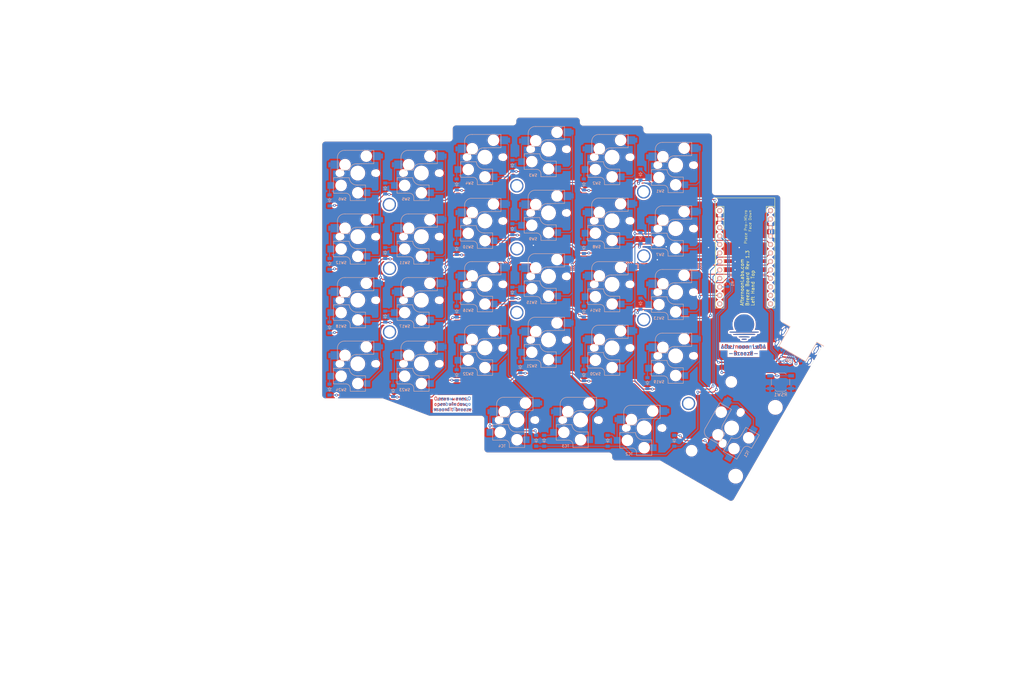
<source format=kicad_pcb>
(kicad_pcb (version 20221018) (generator pcbnew)
  (title_block (title "Breeze") (date "2023-05-21") (rev "Rev1.2") (company "Afternoon Labs LLC"))
  (layers (0 "F.Cu" signal) (31 "B.Cu" signal) (36 "B.SilkS" user "B.Silkscreen") (37 "F.SilkS" user "F.Silkscreen") (38 "B.Mask" user) (39 "F.Mask" user) (44 "Edge.Cuts" user))
  (net 0 "")
  (net 1 "VCC")
  (net 2 "GND")
  (net 3 "RST")
  (net 7 "ROW0")
  (net 8 "Net-(D1-A)")
  (net 9 "ROW1")
  (net 10 "Net-(D2-A)")
  (net 11 "ROW2")
  (net 12 "Net-(D3-A)")
  (net 13 "ROW3")
  (net 14 "Net-(D4-A)")
  (net 15 "ROW4")
  (net 16 "Net-(D5-A)")
  (net 17 "Net-(D6-A)")
  (net 18 "Net-(D7-A)")
  (net 19 "Net-(D8-A)")
  (net 20 "Net-(D9-A)")
  (net 21 "Net-(D10-A)")
  (net 22 "Net-(D11-A)")
  (net 23 "Net-(D12-A)")
  (net 24 "Net-(D13-A)")
  (net 25 "Net-(D14-A)")
  (net 26 "Net-(D15-A)")
  (net 27 "Net-(D16-A)")
  (net 28 "Net-(D17-A)")
  (net 29 "Net-(D18-A)")
  (net 30 "Net-(D19-A)")
  (net 31 "Net-(D20-A)")
  (net 32 "Net-(D21-A)")
  (net 33 "Net-(D22-A)")
  (net 34 "Net-(D23-A)")
  (net 35 "Net-(D24-A)")
  (net 36 "COL0")
  (net 37 "COL1")
  (net 38 "COL2")
  (net 39 "COL3")
  (net 40 "COL4")
  (net 41 "COL5")
  (net 42 "Net-(DTC1-A)")
  (net 43 "Net-(DTC2-A)")
  (net 44 "Net-(DTC3-A)")
  (net 45 "Net-(DTC4-A)")
  (net 46 "DATA2")
  (net 47 "DATA1")
  (net 50 "SideSelect")
  (footprint "Breeze:ProMicro_1-Sided" (layer "F.Cu") (at 286.158606 135.801)
    (fp_text reference "MCU-MAIN1" hide)
    (fp_text value "PRO-MICRO" hide)
  )
  (footprint "Breeze:MX_Choc_Hotswap_1-Sided" (layer "F.Cu") (at 265.342606 108.206)
    (fp_text reference "SW1" hide)
    (fp_text value "CHOCXHSPCB-1U" hide)
  )
  (footprint "Breeze:MX_Choc_Hotswap_1-Sided" (layer "F.Cu") (at 246.292606 105.825)
    (fp_text reference "SW2" hide)
    (fp_text value "CHOCXHSPCB-1U" hide)
  )
  (footprint "Breeze:MX_Choc_Hotswap_1-Sided" (layer "F.Cu") (at 227.242606 103.44)
    (fp_text reference "SW3" hide)
    (fp_text value "CHOCXHSPCB-1U" hide)
  )
  (footprint "Breeze:MX_Choc_Hotswap_1-Sided" (layer "F.Cu") (at 208.192606 105.825)
    (fp_text reference "SW4" hide)
    (fp_text value "CHOCXHSPCB-1U" hide)
  )
  (footprint "Breeze:MX_Choc_Hotswap_1-Sided" (layer "F.Cu") (at 189.142606 110.59)
    (fp_text reference "SW5" hide)
    (fp_text value "CHOCXHSPCB-1U" hide)
  )
  (footprint "Breeze:MX_Choc_Hotswap_1-Sided" (layer "F.Cu") (at 170.092606 110.59)
    (fp_text reference "SW6" hide)
    (fp_text value "CHOCXHSPCB-1U" hide)
  )
  (footprint "Breeze:MX_Choc_Hotswap_1-Sided" (layer "F.Cu") (at 265.342606 127.227)
    (fp_text reference "SW7" hide)
    (fp_text value "CHOCXHSPCB-1U" hide)
  )
  (footprint "Breeze:MX_Choc_Hotswap_1-Sided" (layer "F.Cu") (at 246.292606 124.8902)
    (fp_text reference "SW8" hide)
    (fp_text value "CHOCXHSPCB-1U" hide)
  )
  (footprint "Breeze:MX_Choc_Hotswap_1-Sided" (layer "F.Cu") (at 227.242606 122.528)
    (fp_text reference "SW9" hide)
    (fp_text value "CHOCXHSPCB-1U" hide)
  )
  (footprint "Breeze:MX_Choc_Hotswap_1-Sided" (layer "F.Cu") (at 208.192606 124.941)
    (fp_text reference "SW10" hide)
    (fp_text value "CHOCXHSPCB-1U" hide)
  )
  (footprint "Breeze:MX_Choc_Hotswap_1-Sided" (layer "F.Cu") (at 189.142606 129.64)
    (fp_text reference "SW11" hide)
    (fp_text value "CHOCXHSPCB-1U" hide)
  )
  (footprint "Breeze:MX_Choc_Hotswap_1-Sided" (layer "F.Cu") (at 170.092606 129.64)
    (fp_text reference "SW12" hide)
    (fp_text value "CHOCXHSPCB-1U" hide)
  )
  (footprint "Breeze:MX_Choc_Hotswap_1-Sided" (layer "F.Cu") (at 265.342606 146.277)
    (fp_text reference "SW13" hide)
    (fp_text value "CHOCXHSPCB-1U" hide)
  )
  (footprint "Breeze:MX_Choc_Hotswap_1-Sided" (layer "F.Cu") (at 246.292606 143.925)
    (fp_text reference "SW14" hide)
    (fp_text value "CHOCXHSPCB-1U" hide)
  )
  (footprint "Breeze:MX_Choc_Hotswap_1-Sided" (layer "F.Cu") (at 227.242606 141.54)
    (fp_text reference "SW15" hide)
    (fp_text value "CHOCXHSPCB-1U" hide)
  )
  (footprint "Breeze:MX_Choc_Hotswap_1-Sided" (layer "F.Cu") (at 208.192606 143.925)
    (fp_text reference "SW16" hide)
    (fp_text value "CHOCXHSPCB-1U" hide)
  )
  (footprint "Breeze:MX_Choc_Hotswap_1-Sided" (layer "F.Cu") (at 189.142606 148.69)
    (fp_text reference "SW17" hide)
    (fp_text value "CHOCXHSPCB-1U" hide)
  )
  (footprint "Breeze:MX_Choc_Hotswap_1-Sided" (layer "F.Cu") (at 170.092606 148.69)
    (fp_text reference "SW18" hide)
    (fp_text value "CHOCXHSPCB-1U" hide)
  )
  (footprint "Breeze:MX_Choc_Hotswap_1-Sided" (layer "F.Cu") (at 265.342606 165.356)
    (fp_text reference "SW19" hide)
    (fp_text value "CHOCXHSPCB-1U" hide)
  )
  (footprint "Breeze:MX_Choc_Hotswap_1-Sided" (layer "F.Cu") (at 246.292606 162.975)
    (fp_text reference "SW20" hide)
    (fp_text value "CHOCXHSPCB-1U" hide)
  )
  (footprint "Breeze:MX_Choc_Hotswap_1-Sided" (layer "F.Cu") (at 227.242606 160.59)
    (fp_text reference "SW21" hide)
    (fp_text value "CHOCXHSPCB-1U" hide)
  )
  (footprint "Breeze:MX_Choc_Hotswap_1-Sided" (layer "F.Cu") (at 208.192606 162.975)
    (fp_text reference "SW22" hide)
    (fp_text value "CHOCXHSPCB-1U" hide)
  )
  (footprint "Breeze:MX_Choc_Hotswap_1-Sided" (layer "F.Cu") (at 189.142606 167.74)
    (fp_text reference "SW23" hide)
    (fp_text value "CHOCXHSPCB-1U" hide)
  )
  (footprint "Breeze:MX_Choc_Hotswap_1-Sided" (layer "F.Cu") (at 170.092606 167.74)
    (fp_text reference "SW24" hide)
    (fp_text value "CHOCXHSPCB-1U" hide)
  )
  (footprint "Breeze:MX_Choc_Hotswap_1-Sided" (layer "F.Cu") (at 282.119606 186.974 60)
    (fp_text reference "TC1" hide)
    (fp_text value "CHOCXHSPCB-1U" hide)
  )
  (footprint "Breeze:MX_Choc_Hotswap_1-Sided" (layer "F.Cu") (at 255.892606 186.974)
    (fp_text reference "TC2" hide)
    (fp_text value "CHOCXHSPCB-1U" hide)
  )
  (footprint "Breeze:MX_Choc_Hotswap_1-Sided" (layer "F.Cu") (at 236.842606 184.59)
    (fp_text reference "TC3" hide)
    (fp_text value "CHOCXHSPCB-1U" hide)
  )
  (footprint "Breeze:MX_Choc_Hotswap_1-Sided" (layer "F.Cu") (at 217.792606 184.59)
    (fp_text reference "TC4" hide)
    (fp_text value "CHOCXHSPCB-1U" hide)
  )
  (footprint "Breeze:SOD-123FL" (layer "B.Cu") (at 254.793536 111.025688 90)
    (fp_text reference "D1")
    (fp_text value "DIODE")
  )
  (footprint "Breeze:SOD-123FL" (layer "B.Cu") (at 254.793536 130.075672 90)
    (fp_text reference "D7")
    (fp_text value "DIODE")
  )
  (footprint "Breeze:SOD-123FL" (layer "B.Cu") (at 254.793536 149.720968 90)
    (fp_text reference "D13")
    (fp_text value "DIODE")
  )
  (footprint "Breeze:SOD-123FL" (layer "B.Cu") (at 256.877128 173.533448 90)
    (fp_text reference "D19")
    (fp_text value "DIODE")
  )
  (footprint "Breeze:SOD-123FL" (layer "B.Cu") (at 264.91384 190.797496 90)
    (fp_text reference "DTC1")
    (fp_text value "DIODE")
  )
  (footprint "Breeze:SOD-123FL" (layer "B.Cu") (at 237.827144 114.002248 90)
    (fp_text reference "D2")
    (fp_text value "DIODE")
  )
  (footprint "Breeze:SOD-123FL" (layer "B.Cu") (at 237.827144 133.052232 90)
    (fp_text reference "D8")
    (fp_text value "DIODE")
  )
  (footprint "Breeze:SOD-123FL" (layer "B.Cu") (at 237.827144 152.102216 90)
    (fp_text reference "D14")
    (fp_text value "DIODE")
  )
  (footprint "Breeze:SOD-123FL" (layer "B.Cu") (at 237.827144 171.1522 90)
    (fp_text reference "D20")
    (fp_text value "DIODE")
  )
  (footprint "Breeze:SOD-123FL" (layer "B.Cu") (at 244.970888 190.797496 90)
    (fp_text reference "DTC2")
    (fp_text value "DIODE")
  )
  (footprint "Breeze:SOD-123FL" (layer "B.Cu") (at 216.395912 108.346784 90)
    (fp_text reference "D3")
    (fp_text value "DIODE")
  )
  (footprint "Breeze:SOD-123FL" (layer "B.Cu") (at 216.395912 127.396768 90)
    (fp_text reference "D9")
    (fp_text value "DIODE")
  )
  (footprint "Breeze:SOD-123FL" (layer "B.Cu") (at 216.395912 146.446752 90)
    (fp_text reference "D15")
    (fp_text value "DIODE")
  )
  (footprint "Breeze:SOD-123FL" (layer "B.Cu") (at 218.77716 168.770952 90)
    (fp_text reference "D21")
    (fp_text value "DIODE")
  )
  (footprint "Breeze:SOD-123FL" (layer "B.Cu") (at 225.920904 190.797496 90)
    (fp_text reference "DTC3")
    (fp_text value "DIODE")
  )
  (footprint "Breeze:SOD-123FL" (layer "B.Cu") (at 199.727176 114.002248 90)
    (fp_text reference "D4")
    (fp_text value "DIODE")
  )
  (footprint "Breeze:SOD-123FL" (layer "B.Cu") (at 199.727176 133.349888 90)
    (fp_text reference "D10")
    (fp_text value "DIODE")
  )
  (footprint "Breeze:SOD-123FL" (layer "B.Cu") (at 199.727176 152.102216 90)
    (fp_text reference "D16")
    (fp_text value "DIODE")
  )
  (footprint "Breeze:SOD-123FL" (layer "B.Cu") (at 199.727176 171.1522 90)
    (fp_text reference "D22")
    (fp_text value "DIODE")
  )
  (footprint "Breeze:SOD-123FL" (layer "B.Cu") (at 223.539656 190.797496 90)
    (fp_text reference "DTC4")
    (fp_text value "DIODE")
  )
  (footprint "Breeze:SOD-123FL" (layer "B.Cu") (at 178.295944 115.192872 90)
    (fp_text reference "D5")
    (fp_text value "DIODE")
  )
  (footprint "Breeze:SOD-123FL" (layer "B.Cu") (at 178.295944 134.540512 90)
    (fp_text reference "D11")
    (fp_text value "DIODE")
  )
  (footprint "Breeze:SOD-123FL" (layer "B.Cu") (at 178.295944 153.590496 90)
    (fp_text reference "D17")
    (fp_text value "DIODE")
  )
  (footprint "Breeze:SOD-123FL" (layer "B.Cu") (at 180.677192 175.914696 90)
    (fp_text reference "D23")
    (fp_text value "DIODE")
  )
  (footprint "Breeze:SOD-123FL" (layer "B.Cu") (at 161.627208 118.764744 90)
    (fp_text reference "D6")
    (fp_text value "DIODE")
  )
  (footprint "Breeze:SOD-123FL" (layer "B.Cu") (at 161.627208 137.814728 90)
    (fp_text reference "D12")
    (fp_text value "DIODE")
  )
  (footprint "Breeze:SOD-123FL" (layer "B.Cu") (at 161.627208 156.864712 90)
    (fp_text reference "D18")
    (fp_text value "DIODE")
  )
  (footprint "Breeze:SOD-123FL" (layer "B.Cu") (at 161.627208 175.46702 90)
    (fp_text reference "D24")
    (fp_text value "DIODE")
  )
  (footprint "Breeze:M3-HOLE" (layer "B.Cu") (at 179.608606 139.141 180)
    (fp_text reference "H3" hide)
    (fp_text value "M3-HOLE" hide)
  )
  (footprint "Breeze:M3-HOLE" (layer "B.Cu") (at 179.608606 158.201 180)
    (fp_text reference "H4" hide)
    (fp_text value "M3-HOLE" hide)
  )
  (footprint "Breeze:M3-HOLE" (layer "B.Cu") (at 217.748606 133.251 180)
    (fp_text reference "H5" hide)
    (fp_text value "M3-HOLE" hide)
  )
  (footprint "Breeze:M3-HOLE" (layer "B.Cu") (at 217.748606 152.361 180)
    (fp_text reference "H6" hide)
    (fp_text value "M3-HOLE" hide)
  )
  (footprint "Breeze:M3-HOLE" (layer "B.Cu") (at 255.788606 154.501 180)
    (fp_text reference "H7" hide)
    (fp_text value "M3-HOLE" hide)
  )
  (footprint "Breeze:M3-HOLE" (layer "B.Cu") (at 255.788606 135.431 180)
    (fp_text reference "H8" hide)
    (fp_text value "M3-HOLE" hide)
  )
  (footprint "Breeze:M3-HOLE" (layer "B.Cu") (at 269.208606 179.611 180)
    (fp_text reference "H9" hide)
    (fp_text value "M3-HOLE" hide)
  )
  (footprint "Breeze:Stabilizer_MX_2u" (layer "B.Cu") (at 282.119606 186.974 -120)
    (fp_text reference "STABL1" hide)
    (fp_text value "MX-STABILIZER-2U" hide)
  )
  (footprint "Button_Switch_SMD:SW_SPST_TL3342" (layer "B.Cu") (at 296.78739 173.235792)
    (fp_text reference "RSW1")
    (fp_text value "SW-RST")
  )
  (footprint "Breeze:logo" (layer "B.Cu") (at 285.916606 156.72 180)
    (fp_text reference "LGO1" hide)
    (fp_text value "Logo" hide)
  )
  (footprint "Breeze:M3-HOLE" (layer "B.Cu") (at 255.742606 116.206 180)
    (fp_text reference "H2" hide)
    (fp_text value "M3-HOLE" hide)
  )
  (footprint "Breeze:M3-HOLE" (layer "B.Cu") (at 217.742606 114.406 180)
    (fp_text reference "H18" hide)
    (fp_text value "M3-HOLE" hide)
  )
  (footprint "Breeze:M3-HOLE" (layer "B.Cu") (at 179.542606 120.006 180)
    (fp_text reference "H19" hide)
    (fp_text value "M3-HOLE" hide)
  )
  (footprint "Keebio-Parts:USB-C-12-Pin-MidMount" (layer "B.Cu") (at 303.633478 158.948304 150)
    (fp_text reference "USB1")
    (fp_text value "HRO-TYPE-C-31-M-12")
  )
  (footprint "Resistor_SMD:R_0603_1608Metric" (layer "B.Cu") (at 280.987264 143.767848 90)
    (fp_text reference "R1")
    (fp_text value "10kΩ")
  )
  (gr_line (start 209.010606 194.317) (end 245.310606 194.317) (stroke (width 0.05)) (layer "Edge.Cuts"))
  (gr_arc (start 159.412606 102.126) (mid 159.705499 101.418893) (end 160.412606 101.126) (stroke (width 0.05)) (layer "Edge.Cuts"))
  (gr_line (start 197.532606 101.126) (end 160.412606 101.126) (stroke (width 0.05)) (layer "Edge.Cuts"))
  (gr_arc (start 191.720606 183.317) (mid 191.542611 183.301031) (end 191.370301 183.253636) (stroke (width 0.05)) (layer "Edge.Cuts"))
  (gr_arc (start 282.786606 208.308) (mid 282.179407 208.773908) (end 281.420606 208.674) (stroke (width 0.05)) (layer "Edge.Cuts"))
  (gr_arc (start 308.470606 161.822) (mid 308.936514 162.429199) (end 308.836606 163.188) (stroke (width 0.05)) (layer "Edge.Cuts"))
  (gr_line (start 304.322606 167) (end 307.602606 161.32) (stroke (width 0.05)) (layer "Edge.Cuts"))
  (gr_line (start 295.712606 117.186) (end 277.242606 117.186) (stroke (width 0.05)) (layer "Edge.Cuts"))
  (gr_line (start 216.582606 96.296) (end 199.532606 96.296) (stroke (width 0.05)) (layer "Edge.Cuts"))
  (gr_line (start 191.720606 183.317) (end 207.010606 183.317) (stroke (width 0.05)) (layer "Edge.Cuts"))
  (gr_arc (start 160.412606 178.101) (mid 159.705499 177.808107) (end 159.412606 177.101) (stroke (width 0.05)) (layer "Edge.Cuts"))
  (gr_arc (start 277.242606 117.186) (mid 276.535499 116.893107) (end 276.242606 116.186) (stroke (width 0.05)) (layer "Edge.Cuts"))
  (gr_line (start 282.786606 208.308) (end 308.836606 163.188) (stroke (width 0.05)) (layer "Edge.Cuts"))
  (gr_line (start 260.908606 196.831) (end 281.420606 208.674) (stroke (width 0.05)) (layer "Edge.Cuts"))
  (gr_line (start 208.010606 184.317) (end 208.010606 193.317) (stroke (width 0.05)) (layer "Edge.Cuts"))
  (gr_line (start 217.582606 94.956) (end 217.582606 95.296) (stroke (width 0.05)) (layer "Edge.Cuts"))
  (gr_line (start 236.632606 95.376) (end 236.632606 94.956) (stroke (width 0.05)) (layer "Edge.Cuts"))
  (gr_arc (start 247.310606 196.697) (mid 246.603499 196.404107) (end 246.310606 195.697) (stroke (width 0.05)) (layer "Edge.Cuts"))
  (gr_line (start 299.582606 156.7) (end 296.302606 162.37) (stroke (width 0.05)) (layer "Edge.Cuts"))
  (gr_line (start 307.602606 161.32) (end 308.470606 161.822) (stroke (width 0.05)) (layer "Edge.Cuts"))
  (gr_arc (start 256.682606 98.706) (mid 255.975499 98.413107) (end 255.682606 97.706) (stroke (width 0.05)) (layer "Edge.Cuts"))
  (gr_line (start 177.412606 178.101) (end 160.412606 178.101) (stroke (width 0.05)) (layer "Edge.Cuts"))
  (gr_arc (start 237.632606 96.376) (mid 236.925499 96.083107) (end 236.632606 95.376) (stroke (width 0.05)) (layer "Edge.Cuts"))
  (gr_line (start 254.682606 96.376) (end 237.632606 96.376) (stroke (width 0.05)) (layer "Edge.Cuts"))
  (gr_line (start 296.302606 162.37) (end 304.322606 167) (stroke (width 0.05)) (layer "Edge.Cuts"))
  (gr_arc (start 235.632606 93.956) (mid 236.339713 94.248893) (end 236.632606 94.956) (stroke (width 0.05)) (layer "Edge.Cuts"))
  (gr_arc (start 254.682606 96.376) (mid 255.389713 96.668893) (end 255.682606 97.376) (stroke (width 0.05)) (layer "Edge.Cuts"))
  (gr_arc (start 198.532606 100.126) (mid 198.239713 100.833107) (end 197.532606 101.126) (stroke (width 0.05)) (layer "Edge.Cuts"))
  (gr_line (start 247.310606 196.697) (end 260.408606 196.697) (stroke (width 0.05)) (layer "Edge.Cuts"))
  (gr_line (start 235.632606 93.956) (end 218.582606 93.956) (stroke (width 0.05)) (layer "Edge.Cuts"))
  (gr_line (start 198.532606 97.296) (end 198.532606 100.126) (stroke (width 0.05)) (layer "Edge.Cuts"))
  (gr_arc (start 217.582606 95.296) (mid 217.289713 96.003107) (end 216.582606 96.296) (stroke (width 0.05)) (layer "Edge.Cuts"))
  (gr_arc (start 177.412606 178.101) (mid 177.590601 178.116969) (end 177.762911 178.164364) (stroke (width 0.05)) (layer "Edge.Cuts"))
  (gr_arc (start 245.310606 194.317) (mid 246.017713 194.609893) (end 246.310606 195.317) (stroke (width 0.05)) (layer "Edge.Cuts"))
  (gr_arc (start 209.010606 194.317) (mid 208.303499 194.024107) (end 208.010606 193.317) (stroke (width 0.05)) (layer "Edge.Cuts"))
  (gr_line (start 276.242606 116.186) (end 276.242606 99.706) (stroke (width 0.05)) (layer "Edge.Cuts"))
  (gr_line (start 255.682606 97.706) (end 255.682606 97.376) (stroke (width 0.05)) (layer "Edge.Cuts"))
  (gr_line (start 297.212606 155.322) (end 299.582606 156.7) (stroke (width 0.05)) (layer "Edge.Cuts"))
  (gr_arc (start 295.712606 117.186) (mid 296.419713 117.478893) (end 296.712606 118.186) (stroke (width 0.05)) (layer "Edge.Cuts"))
  (gr_line (start 159.412606 177.101) (end 159.412606 102.126) (stroke (width 0.05)) (layer "Edge.Cuts"))
  (gr_arc (start 260.408606 196.697) (mid 260.667425 196.731074) (end 260.908606 196.830975) (stroke (width 0.05)) (layer "Edge.Cuts"))
  (gr_arc (start 207.010606 183.317) (mid 207.717713 183.609893) (end 208.010606 184.317) (stroke (width 0.05)) (layer "Edge.Cuts"))
  (gr_arc (start 217.582606 94.956) (mid 217.875499 94.248893) (end 218.582606 93.956) (stroke (width 0.05)) (layer "Edge.Cuts"))
  (gr_line (start 246.310606 195.697) (end 246.310606 195.317) (stroke (width 0.05)) (layer "Edge.Cuts"))
  (gr_line (start 296.712606 118.186) (end 296.712606 154.456) (stroke (width 0.05)) (layer "Edge.Cuts"))
  (gr_line (start 191.369606 183.254) (end 177.762606 178.164) (stroke (width 0.05)) (layer "Edge.Cuts"))
  (gr_arc (start 297.212606 155.322) (mid 296.846593 154.955978) (end 296.712628 154.455987) (stroke (width 0.05)) (layer "Edge.Cuts"))
  (gr_arc (start 275.242606 98.706) (mid 275.949713 98.998893) (end 276.242606 99.706) (stroke (width 0.05)) (layer "Edge.Cuts"))
  (gr_line (start 256.682606 98.706) (end 275.242606 98.706) (stroke (width 0.05)) (layer "Edge.Cuts"))
  (gr_arc (start 198.532606 97.296) (mid 198.825499 96.588893) (end 199.532606 96.296) (stroke (width 0.05)) (layer "Edge.Cuts"))
  (gr_text "Ocean waves,\nopen window,\nmoonlit breeze." (at 192.842606 179.817) (layer "F.Cu") (effects (font (size 1 1)) (justify left)))
  (gr_text "Afternoon Labs" (at 285.662606 162.562) (layer "F.Cu") (effects (font (size 1.2 1.2) (thickness 0.2))))
  (gr_text "-Breeze-" (at 285.662606 164.594) (layer "F.Cu") (effects (font (size 1.2 1.2) (thickness 0.2))))
  (gr_text "Afternoon Labs" (at 285.642606 162.596) (layer "B.Cu") (effects (font (size 1.2 1.2) (thickness 0.2)) (justify mirror)))
  (gr_text "-Breeze-" (at 285.642606 164.628) (layer "B.Cu") (effects (font (size 1.2 1.2) (thickness 0.2)) (justify mirror)))
  (gr_text "Ocean waves,\nopen window,\nmoonlit breeze." (at 204.092606 179.767) (layer "B.Cu") (effects (font (size 1 1)) (justify left mirror)))
  (gr_text "AfternoonLabs.com\nBreeze Board Rev 1.3\nLeft Hand Top" (at 286.848606 150.471 90) (layer "F.SilkS") (effects (font (size 1 1)) (justify left)))
  (gr_text "Place Pro-Micro\nFace Down" (at 286.998606 121.591 90) (layer "F.SilkS") (effects (font (size 0.8 0.8) (thickness 0.1)) (justify right)))
  (segment (start 296.98 165.59) (end 300.59 166.06) (width 0.381) (layer "F.Cu") (net 1))
  (segment (start 300.59 166.06) (end 301.4 167.76) (width 0.381) (layer "F.Cu") (net 1))
  (segment (start 295.27 167.3) (end 296.98 165.59) (width 0.381) (layer "F.Cu") (net 1))
  (segment (start 278.19 167.3) (end 295.27 167.3) (width 0.381) (layer "F.Cu") (net 1))
  (via (at 278.19 167.3) (size 0.8) (drill 0.4) (layers "F.Cu" "B.Cu") (net 1))
  (via (at 296.98 165.59) (size 0.8) (drill 0.4) (layers "F.Cu" "B.Cu") (net 1))
  (via (at 301.4 167.76) (size 0.8) (drill 0.4) (layers "F.Cu" "B.Cu") (net 1))
  (segment (start 279.83 150.81) (end 277.56 153.08) (width 0.381) (layer "B.Cu") (net 1))
  (segment (start 277.56 166.67) (end 278.19 167.3) (width 0.381) (layer "B.Cu") (net 1))
  (segment (start 279.83 147.91) (end 279.83 150.81) (width 0.381) (layer "B.Cu") (net 1))
  (segment (start 281.852764 143.808348) (end 281.852764 145.887236) (width 0.381) (layer "B.Cu") (net 1))
  (segment (start 280.987264 142.942848) (end 280.987264 131.899658) (width 0.381) (layer "B.Cu") (net 1))
  (segment (start 281.852764 145.887236) (end 279.83 147.91) (width 0.381) (layer "B.Cu") (net 1))
  (segment (start 297.31 165.03) (end 296.98 165.59) (width 0.381) (layer "B.Cu") (net 1))
  (segment (start 297.894216 163.988998) (end 297.31 165.03) (width 0.381) (layer "B.Cu") (net 1))
  (segment (start 280.987264 142.942848) (end 281.852764 143.808348) (width 0.381) (layer "B.Cu") (net 1))
  (segment (start 280.987264 131.899658) (end 278.538606 129.451) (width 0.381) (layer "B.Cu") (net 1))
  (segment (start 301.4 167.76) (end 302.13774 166.438998) (width 0.381) (layer "B.Cu") (net 1))
  (segment (start 277.56 153.08) (end 277.56 166.67) (width 0.381) (layer "B.Cu") (net 1))
  (segment (start 291.238606 124.371) (end 293.778606 126.911) (width 0.381) (layer "F.Cu") (net 2))
  (segment (start 278.538606 124.371) (end 291.238606 124.371) (width 0.381) (layer "F.Cu") (net 2))
  (via (at 283.17 137.1) (size 0.8) (drill 0.4) (layers "F.Cu" "B.Cu") (net 2))
  (via (at 222.72 132.23) (size 0.8) (drill 0.4) (layers "F.Cu" "B.Cu") (net 2))
  (via (at 262.53 132.64) (size 0.8) (drill 0.4) (layers "F.Cu" "B.Cu") (net 2))
  (via (at 284.4 132.9) (size 0.8) (drill 0.4) (layers "F.Cu" "B.Cu") (net 2))
  (via (at 283.14 139.58) (size 0.8) (drill 0.4) (layers "F.Cu" "B.Cu") (net 2))
  (via (at 275.2 132.9) (size 0.8) (drill 0.4) (layers "F.Cu" "B.Cu") (net 2))
  (via (at 259.86 136.55) (size 0.8) (drill 0.4) (layers "F.Cu" "B.Cu") (net 2))
  (segment (start 303.652304 170.607696) (end 303.652304 167.307696) (width 0.381) (layer "B.Cu") (net 2))
  (segment (start 304.41 167.74) (end 305.450541 167.041059) (width 0.381) (layer "B.Cu") (net 2))
  (segment (start 302.80891 166.826498) (end 303.652304 167.307696) (width 0.381) (layer "B.Cu") (net 2))
  (segment (start 295.716415 161.421059) (end 297.716415 157.956957) (width 0.381) (layer "B.Cu") (net 2))
  (segment (start 293.63739 175.135792) (end 299.93739 175.135792) (width 0.381) (layer "B.Cu") (net 2))
  (segment (start 297.223046 163.601498) (end 295.52 162.66) (width 0.381) (layer "B.Cu") (net 2))
  (segment (start 295.52 162.66) (end 295.716415 161.421059) (width 0.381) (layer "B.Cu") (net 2))
  (segment (start 303.652304 167.307696) (end 304.41 167.74) (width 0.381) (layer "B.Cu") (net 2))
  (segment (start 293.778606 129.451) (end 295.4 131.072394) (width 0.381) (layer "B.Cu") (net 2))
  (segment (start 295.4 161.104644) (end 295.716415 161.421059) (width 0.381) (layer "B.Cu") (net 2))
  (segment (start 295.4 131.072394) (end 295.4 161.104644) (width 0.381) (layer "B.Cu") (net 2))
  (segment (start 293.778606 129.451) (end 293.778606 126.911) (width 0.381) (layer "B.Cu") (net 2))
  (segment (start 299.93739 175.135792) (end 299.93739 174.32261) (width 0.381) (layer "B.Cu") (net 2))
  (segment (start 299.93739 174.32261) (end 303.652304 170.607696) (width 0.381) (layer "B.Cu") (net 2))
  (segment (start 305.450541 167.041059) (end 307.450541 163.576957) (width 0.381) (layer "B.Cu") (net 2))
  (segment (start 279.16 170.37) (end 294.754208 170.37) (width 0.25) (layer "F.Cu") (net 3))
  (segment (start 294.754208 170.37) (end 295.72 171.335792) (width 0.25) (layer "F.Cu") (net 3))
  (via (at 279.16 170.37) (size 0.8) (drill 0.4) (layers "F.Cu" "B.Cu") (net 3))
  (via (at 295.72 171.335792) (size 0.8) (drill 0.4) (layers "F.Cu" "B.Cu") (net 3))
  (segment (start 299.93739 171.335792) (end 293.63739 171.335792) (width 0.25) (layer "B.Cu") (net 3))
  (segment (start 281.51 142.03) (end 282.4 142.92) (width 0.25) (layer "B.Cu") (net 3))
  (segment (start 281.51 131.69) (end 281.51 142.03) (width 0.25) (layer "B.Cu") (net 3))
  (segment (start 279.7 129.88) (end 281.51 131.69) (width 0.25) (layer "B.Cu") (net 3))
  (segment (start 282.42 142.94) (end 282.42 146.09) (width 0.25) (layer "B.Cu") (net 3))
  (segment (start 279.16 166.87) (end 279.16 170.37) (width 0.25) (layer "B.Cu") (net 3))
  (segment (start 282.42 146.09) (end 280.39 148.12) (width 0.25) (layer "B.Cu") (net 3))
  (segment (start 280.39 148.12) (end 280.39 150.99) (width 0.25) (layer "B.Cu") (net 3))
  (segment (start 282.4 142.92) (end 282.42 142.94) (width 0.25) (layer "B.Cu") (net 3))
  (segment (start 278.11 165.82) (end 279.16 166.87) (width 0.25) (layer "B.Cu") (net 3))
  (segment (start 279.7 128.072394) (end 279.7 129.88) (width 0.25) (layer "B.Cu") (net 3))
  (segment (start 278.11 153.27) (end 278.11 165.82) (width 0.25) (layer "B.Cu") (net 3))
  (segment (start 278.11 153.27) (end 280.39 150.99) (width 0.25) (layer "B.Cu") (net 3))
  (segment (start 278.538606 126.911) (end 279.7 128.072394) (width 0.25) (layer "B.Cu") (net 3))
  (segment (start 184.54672 116.978808) (end 186.332656 118.764744) (width 0.25) (layer "F.Cu") (net 7))
  (segment (start 163.115488 120.253024) (end 174.724072 120.253024) (width 0.25) (layer "F.Cu") (net 7))
  (segment (start 253.900568 113.406936) (end 253.900568 112.811624) (width 0.25) (layer "F.Cu") (net 7))
  (segment (start 239.315424 115.788184) (end 250.626352 115.788184) (width 0.25) (layer "F.Cu") (net 7))
  (segment (start 174.724072 120.253024) (end 177.998288 116.978808) (width 0.25) (layer "F.Cu") (net 7))
  (segment (start 216.098256 110.13272) (end 217.586536 110.13272) (width 0.25) (layer "F.Cu") (net 7))
  (segment (start 217.586536 110.13272) (end 223.837312 110.13272) (width 0.25) (layer "F.Cu") (net 7))
  (segment (start 253.900568 112.811624) (end 257.174784 112.811624) (width 0.25) (layer "F.Cu") (net 7))
  (segment (start 223.837312 110.13272) (end 227.111528 113.406936) (width 0.25) (layer "F.Cu") (net 7))
  (segment (start 210.442792 115.788184) (end 216.098256 110.13272) (width 0.25) (layer "F.Cu") (net 7))
  (segment (start 262.830248 118.467088) (end 276.82008 118.467088) (width 0.25) (layer "F.Cu") (net 7))
  (segment (start 199.42952 115.788184) (end 201.215456 115.788184) (width 0.25) (layer "F.Cu") (net 7))
  (segment (start 254.198224 113.704592) (end 253.900568 113.406936) (width 0.25) (layer "F.Cu") (net 7))
  (segment (start 237.529488 115.788184) (end 239.315424 115.788184) (width 0.25) (layer "F.Cu") (net 7))
  (segment (start 227.111528 113.406936) (end 235.14824 113.406936) (width 0.25) (layer "F.Cu") (net 7))
  (segment (start 196.45296 118.764744) (end 199.42952 115.788184) (width 0.25) (layer "F.Cu") (net 7))
  (segment (start 276.82008 118.467088) (end 277.117736 118.764744) (width 0.25) (layer "F.Cu") (net 7))
  (segment (start 235.14824 113.406936) (end 237.529488 115.788184) (width 0.25) (layer "F.Cu") (net 7))
  (segment (start 201.215456 115.788184) (end 210.442792 115.788184) (width 0.25) (layer "F.Cu") (net 7))
  (segment (start 186.332656 118.764744) (end 196.45296 118.764744) (width 0.25) (layer "F.Cu") (net 7))
  (segment (start 250.626352 115.788184) (end 253.602912 112.811624) (width 0.25) (layer "F.Cu") (net 7))
  (segment (start 257.174784 112.811624) (end 262.830248 118.467088) (width 0.25) (layer "F.Cu") (net 7))
  (segment (start 177.998288 116.978808) (end 179.486568 116.978808) (width 0.25) (layer "F.Cu") (net 7))
  (segment (start 253.602912 112.811624) (end 253.900568 112.811624) (width 0.25) (layer "F.Cu") (net 7))
  (segment (start 179.486568 116.978808) (end 184.54672 116.978808) (width 0.25) (layer "F.Cu") (net 7))
  (via (at 201.215456 115.788184) (size 0.8) (drill 0.4) (layers "F.Cu" "B.Cu") (net 7))
  (via (at 239.315424 115.788184) (size 0.8) (drill 0.4) (layers "F.Cu" "B.Cu") (net 7))
  (via (at 254.198224 113.704592) (size 0.8) (drill 0.4) (layers "F.Cu" "B.Cu") (net 7))
  (via (at 163.115488 120.253024) (size 0.8) (drill 0.4) (layers "F.Cu" "B.Cu") (net 7))
  (via (at 217.586536 110.13272) (size 0.8) (drill 0.4) (layers "F.Cu" "B.Cu") (net 7))
  (via (at 179.486568 116.978808) (size 0.8) (drill 0.4) (layers "F.Cu" "B.Cu") (net 7))
  (via (at 277.117736 118.764744) (size 0.8) (drill 0.4) (layers "F.Cu" "B.Cu") (net 7))
  (segment (start 162.965468 120.403044) (end 163.115488 120.253024) (width 0.25) (layer "B.Cu") (net 7))
  (segment (start 217.4389 109.985084) (end 217.586536 110.13272) (width 0.25) (layer "B.Cu") (net 7))
  (segment (start 161.627208 120.403044) (end 162.965468 120.403044) (width 0.25) (layer "B.Cu") (net 7))
  (segment (start 178.295944 116.831172) (end 179.338932 116.831172) (width 0.25) (layer "B.Cu") (net 7))
  (segment (start 254.793536 113.10928) (end 254.198224 113.704592) (width 0.25) (layer "B.Cu") (net 7))
  (segment (start 216.395912 109.985084) (end 217.4389 109.985084) (width 0.25) (layer "B.Cu") (net 7))
  (segment (start 254.793536 112.663988) (end 254.793536 113.10928) (width 0.25) (layer "B.Cu") (net 7))
  (segment (start 277.117736 118.764744) (end 277.117736 130.57013) (width 0.25) (layer "B.Cu") (net 7))
  (segment (start 199.727176 115.640548) (end 201.06782 115.640548) (width 0.25) (layer "B.Cu") (net 7))
  (segment (start 201.06782 115.640548) (end 201.215456 115.788184) (width 0.25) (layer "B.Cu") (net 7))
  (segment (start 237.827144 115.640548) (end 239.167788 115.640548) (width 0.25) (layer "B.Cu") (net 7))
  (segment (start 179.338932 116.831172) (end 179.486568 116.978808) (width 0.25) (layer "B.Cu") (net 7))
  (segment (start 239.167788 115.640548) (end 239.315424 115.788184) (width 0.25) (layer "B.Cu") (net 7))
  (segment (start 277.117736 130.57013) (end 278.538606 131.991) (width 0.25) (layer "B.Cu") (net 7))
  (segment (start 254.793536 109.387388) (end 254.793536 109.45693) (width 0.25) (layer "B.Cu") (net 8))
  (segment (start 257.242606 111.906) (end 257.242606 106.866) (width 0.25) (layer "B.Cu") (net 8))
  (segment (start 257.242606 106.866) (end 258.442606 105.666) (width 0.25) (layer "B.Cu") (net 8))
  (segment (start 254.793536 109.45693) (end 257.242606 111.906) (width 0.25) (layer "B.Cu") (net 8))
  (segment (start 254.198224 132.45692) (end 254.198224 131.861608) (width 0.25) (layer "F.Cu") (net 9))
  (segment (start 196.155304 137.814728) (end 184.844376 137.814728) (width 0.25) (layer "F.Cu") (net 9))
  (segment (start 201.215456 135.135824) (end 198.834208 135.135824) (width 0.25) (layer "F.Cu") (net 9))
  (segment (start 217.884192 129.182704) (end 215.502944 129.182704) (width 0.25) (layer "F.Cu") (net 9))
  (segment (start 277.636126 135.43348) (end 278.538606 134.531) (width 0.25) (layer "F.Cu") (net 9))
  (segment (start 254.49588 132.754576) (end 254.198224 132.45692) (width 0.25) (layer "F.Cu") (net 9))
  (segment (start 224.134968 129.182704) (end 217.884192 129.182704) (width 0.25) (layer "F.Cu") (net 9))
  (segment (start 174.426416 139.303008) (end 163.115488 139.303008) (width 0.25) (layer "F.Cu") (net 9))
  (segment (start 234.255272 132.159264) (end 227.111528 132.159264) (width 0.25) (layer "F.Cu") (net 9))
  (segment (start 227.111528 132.159264) (end 224.134968 129.182704) (width 0.25) (layer "F.Cu") (net 9))
  (segment (start 209.549824 135.135824) (end 201.215456 135.135824) (width 0.25) (layer "F.Cu") (net 9))
  (segment (start 236.63652 134.540512) (end 234.255272 132.159264) (width 0.25) (layer "F.Cu") (net 9))
  (segment (start 177.402976 136.326448) (end 174.426416 139.303008) (width 0.25) (layer "F.Cu") (net 9))
  (segment (start 253.602912 131.861608) (end 250.924008 134.540512) (width 0.25) (layer "F.Cu") (net 9))
  (segment (start 254.198224 131.861608) (end 257.770096 131.861608) (width 0.25) (layer "F.Cu") (net 9))
  (segment (start 239.315424 134.540512) (end 236.63652 134.540512) (width 0.25) (layer "F.Cu") (net 9))
  (segment (start 179.784224 136.326448) (end 177.402976 136.326448) (width 0.25) (layer "F.Cu") (net 9))
  (segment (start 184.844376 137.814728) (end 183.356096 136.326448) (width 0.25) (layer "F.Cu") (net 9))
  (segment (start 215.502944 129.182704) (end 209.549824 135.135824) (width 0.25) (layer "F.Cu") (net 9))
  (segment (start 261.341968 135.43348) (end 277.636126 135.43348) (width 0.25) (layer "F.Cu") (net 9))
  (segment (start 198.834208 135.135824) (end 196.155304 137.814728) (width 0.25) (layer "F.Cu") (net 9))
  (segment (start 250.924008 134.540512) (end 239.315424 134.540512) (width 0.25) (layer "F.Cu") (net 9))
  (segment (start 254.198224 131.861608) (end 253.602912 131.861608) (width 0.25) (layer "F.Cu") (net 9))
  (segment (start 257.770096 131.861608) (end 261.341968 135.43348) (width 0.25) (layer "F.Cu") (net 9))
  (segment (start 183.356096 136.326448) (end 179.784224 136.326448) (width 0.25) (layer "F.Cu") (net 9))
  (via (at 163.115488 139.303008) (size 0.8) (drill 0.4) (layers "F.Cu" "B.Cu") (net 9))
  (via (at 201.215456 135.135824) (size 0.8) (drill 0.4) (layers "F.Cu" "B.Cu") (net 9))
  (via (at 179.784224 136.326448) (size 0.8) (drill 0.4) (layers "F.Cu" "B.Cu") (net 9))
  (via (at 254.49588 132.754576) (size 0.8) (drill 0.4) (layers "F.Cu" "B.Cu") (net 9))
  (via (at 239.315424 134.540512) (size 0.8) (drill 0.4) (layers "F.Cu" "B.Cu") (net 9))
  (via (at 217.884192 129.182704) (size 0.8) (drill 0.4) (layers "F.Cu" "B.Cu") (net 9))
  (segment (start 162.965468 139.453028) (end 163.115488 139.303008) (width 0.25) (layer "B.Cu") (net 9))
  (segment (start 216.395912 129.035068) (end 217.736556 129.035068) (width 0.25) (layer "B.Cu") (net 9))
  (segment (start 161.627208 139.453028) (end 162.965468 139.453028) (width 0.25) (layer "B.Cu") (net 9))
  (segment (start 178.295944 136.178812) (end 179.636588 136.178812) (width 0.25) (layer "B.Cu") (net 9))
  (segment (start 237.827144 134.690532) (end 239.165404 134.690532) (width 0.25) (layer "B.Cu") (net 9))
  (segment (start 217.736556 129.035068) (end 217.884192 129.182704) (width 0.25) (layer "B.Cu") (net 9))
  (segment (start 199.727176 134.988188) (end 201.06782 134.988188) (width 0.25) (layer "B.Cu") (net 9))
  (segment (start 201.06782 134.988188) (end 201.215456 135.135824) (width 0.25) (layer "B.Cu") (net 9))
  (segment (start 254.793536 131.713972) (end 254.793536 132.45692) (width 0.25) (layer "B.Cu") (net 9))
  (segment (start 239.165404 134.690532) (end 239.315424 134.540512) (width 0.25) (layer "B.Cu") (net 9))
  (segment (start 179.636588 136.178812) (end 179.784224 136.326448) (width 0.25) (layer "B.Cu") (net 9))
  (segment (start 254.793536 132.45692) (end 254.49588 132.754576) (width 0.25) (layer "B.Cu") (net 9))
  (segment (start 238.192606 109.525) (end 238.192606 104.485) (width 0.25) (layer "B.Cu") (net 10))
  (segment (start 237.827144 112.363948) (end 237.827144 109.890462) (width 0.25) (layer "B.Cu") (net 10))
  (segment (start 238.192606 104.485) (end 239.392606 103.285) (width 0.25) (layer "B.Cu") (net 10))
  (segment (start 237.827144 109.890462) (end 238.192606 109.525) (width 0.25) (layer "B.Cu") (net 10))
  (segment (start 222.944344 148.232688) (end 225.920904 151.209248) (width 0.25) (layer "F.Cu") (net 11))
  (segment (start 236.63652 153.29284) (end 236.934176 153.590496) (width 0.25) (layer "F.Cu") (net 11))
  (segment (start 174.12876 158.352992) (end 177.10532 155.376432) (width 0.25) (layer "F.Cu") (net 11))
  (segment (start 253.305256 151.506904) (end 254.198224 151.506904) (width 0.25) (layer "F.Cu") (net 11))
  (segment (start 198.536552 153.888152) (end 209.549824 153.888152) (width 0.25) (layer "F.Cu") (net 11))
  (segment (start 274.865458 154.185808) (end 275.785 153.266266) (width 0.25) (layer "F.Cu") (net 11))
  (segment (start 183.951408 155.376432) (end 185.737344 157.162368) (width 0.25) (layer "F.Cu") (net 11))
  (segment (start 215.205288 148.232688) (end 218.181848 148.232688) (width 0.25) (layer "F.Cu") (net 11))
  (segment (start 253.900568 151.80456) (end 254.198224 151.506904) (width 0.25) (layer "F.Cu") (net 11))
  (segment (start 218.181848 148.232688) (end 222.944344 148.232688) (width 0.25) (layer "F.Cu") (net 11))
  (segment (start 234.552928 151.209248) (end 236.63652 153.29284) (width 0.25) (layer "F.Cu") (net 11))
  (segment (start 236.934176 153.590496) (end 251.221664 153.590496) (width 0.25) (layer "F.Cu") (net 11))
  (segment (start 260.449 154.185808) (end 274.865458 154.185808) (width 0.25) (layer "F.Cu") (net 11))
  (segment (start 185.737344 157.162368) (end 195.262336 157.162368) (width 0.25) (layer "F.Cu") (net 11))
  (segment (start 254.198224 151.506904) (end 257.770096 151.506904) (width 0.25) (layer "F.Cu") (net 11))
  (segment (start 225.920904 151.209248) (end 234.552928 151.209248) (width 0.25) (layer "F.Cu") (net 11))
  (segment (start 253.900568 152.399872) (end 253.900568 151.80456) (width 0.25) (layer "F.Cu") (net 11))
  (segment (start 195.262336 157.162368) (end 198.536552 153.888152) (width 0.25) (layer "F.Cu") (net 11))
  (segment (start 257.770096 151.506904) (end 260.449 154.185808) (width 0.25) (layer "F.Cu") (net 11))
  (segment (start 209.549824 153.888152) (end 215.205288 148.232688) (width 0.25) (layer "F.Cu") (net 11))
  (segment (start 251.221664 153.590496) (end 253.305256 151.506904) (width 0.25) (layer "F.Cu") (net 11))
  (segment (start 163.115488 158.352992) (end 174.12876 158.352992) (width 0.25) (layer "F.Cu") (net 11))
  (segment (start 179.784224 155.376432) (end 183.951408 155.376432) (width 0.25) (layer "F.Cu") (net 11))
  (segment (start 177.10532 155.376432) (end 179.784224 155.376432) (width 0.25) (layer "F.Cu") (net 11))
  (via (at 179.784224 155.376432) (size 0.8) (drill 0.4) (layers "F.Cu" "B.Cu") (net 11))
  (via (at 198.536552 153.888152) (size 0.8) (drill 0.4) (layers "F.Cu" "B.Cu") (net 11))
  (via (at 236.63652 153.29284) (size 0.8) (drill 0.4) (layers "F.Cu" "B.Cu") (net 11))
  (via (at 275.785 153.266266) (size 0.8) (drill 0.4) (layers "F.Cu" "B.Cu") (net 11))
  (via (at 218.181848 148.232688) (size 0.8) (drill 0.4) (layers "F.Cu" "B.Cu") (net 11))
  (via (at 163.115488 158.352992) (size 0.8) (drill 0.4) (layers "F.Cu" "B.Cu") (net 11))
  (via (at 253.900568 152.399872) (size 0.8) (drill 0.4) (layers "F.Cu" "B.Cu") (net 11))
  (segment (start 254.793536 151.506904) (end 253.900568 152.399872) (width 0.25) (layer "B.Cu") (net 11))
  (segment (start 237.827144 153.740516) (end 237.084196 153.740516) (width 0.25) (layer "B.Cu") (net 11))
  (segment (start 275.785 139.824606) (end 275.785 153.266266) (width 0.25) (layer "B.Cu") (net 11))
  (segment (start 178.295944 155.228796) (end 179.636588 155.228796) (width 0.25) (layer "B.Cu") (net 11))
  (segment (start 198.684188 153.740516) (end 198.536552 153.888152) (width 0.25) (layer "B.Cu") (net 11))
  (segment (start 199.727176 153.740516) (end 198.684188 153.740516) (width 0.25) (layer "B.Cu") (net 11))
  (segment (start 179.636588 155.228796) (end 179.784224 155.376432) (width 0.25) (layer "B.Cu") (net 11))
  (segment (start 218.034212 148.085052) (end 218.181848 148.232688) (width 0.25) (layer "B.Cu") (net 11))
  (segment (start 162.965468 158.503012) (end 163.115488 158.352992) (width 0.25) (layer "B.Cu") (net 11))
  (segment (start 216.395912 148.085052) (end 218.034212 148.085052) (width 0.25) (layer "B.Cu") (net 11))
  (segment (start 254.793536 151.359268) (end 254.793536 151.506904) (width 0.25) (layer "B.Cu") (net 11))
  (segment (start 237.084196 153.740516) (end 236.63652 153.29284) (width 0.25) (layer "B.Cu") (net 11))
  (segment (start 278.538606 137.071) (end 275.785 139.824606) (width 0.25) (layer "B.Cu") (net 11))
  (segment (start 161.627208 158.503012) (end 162.965468 158.503012) (width 0.25) (layer "B.Cu") (net 11))
  (segment (start 218.71109 106.708484) (end 219.142606 107.14) (width 0.25) (layer "B.Cu") (net 12))
  (segment (start 219.142606 102.1) (end 220.342606 100.9) (width 0.25) (layer "B.Cu") (net 12))
  (segment (start 219.142606 107.14) (end 219.142606 102.1) (width 0.25) (layer "B.Cu") (net 12))
  (segment (start 216.395912 106.708484) (end 218.71109 106.708484) (width 0.25) (layer "B.Cu") (net 12))
  (segment (start 163.7108 177.10532) (end 179.784224 177.10532) (width 0.25) (layer "F.Cu") (net 13))
  (segment (start 179.784224 177.10532) (end 180.379536 177.700632) (width 0.25) (layer "F.Cu") (net 13))
  (segment (start 218.181848 170.556888) (end 220.26544 170.556888) (width 0.25) (layer "F.Cu") (net 13))
  (segment (start 199.727176 172.64048) (end 216.098256 172.64048) (width 0.25) (layer "F.Cu") (net 13))
  (segment (start 236.934176 172.938136) (end 239.315424 172.938136) (width 0.25) (layer "F.Cu") (net 13))
  (segment (start 258.365408 175.319384) (end 275.629456 175.319384) (width 0.25) (layer "F.Cu") (net 13))
  (segment (start 234.552928 170.556888) (end 236.934176 172.938136) (width 0.25) (layer "F.Cu") (net 13))
  (segment (start 198.238896 172.64048) (end 199.727176 172.64048) (width 0.25) (layer "F.Cu") (net 13))
  (segment (start 239.315424 172.938136) (end 253.305256 172.938136) (width 0.25) (layer "F.Cu") (net 13))
  (segment (start 220.26544 170.556888) (end 234.552928 170.556888) (width 0.25) (layer "F.Cu") (net 13))
  (segment (start 275.629456 175.319384) (end 276.522424 174.426416) (width 0.25) (layer "F.Cu") (net 13))
  (segment (start 192.285776 177.700632) (end 197.345928 172.64048) (width 0.25) (layer "F.Cu") (net 13))
  (segment (start 197.345928 172.64048) (end 198.238896 172.64048) (width 0.25) (layer "F.Cu") (net 13))
  (segment (start 181.867816 177.700632) (end 192.285776 177.700632) (width 0.25) (layer "F.Cu") (net 13))
  (segment (start 255.686504 175.319384) (end 258.365408 175.319384) (width 0.25) (layer "F.Cu") (net 13))
  (segment (start 180.379536 177.700632) (end 181.867816 177.700632) (width 0.25) (layer "F.Cu") (net 13))
  (segment (start 253.305256 172.938136) (end 255.686504 175.319384) (width 0.25) (layer "F.Cu") (net 13))
  (segment (start 216.098256 172.64048) (end 218.181848 170.556888) (width 0.25) (layer "F.Cu") (net 13))
  (via (at 163.7108 177.10532) (size 0.8) (drill 0.4) (layers "F.Cu" "B.Cu") (net 13))
  (via (at 276.522424 174.426416) (size 0.8) (drill 0.4) (layers "F.Cu" "B.Cu") (net 13))
  (via (at 220.26544 170.556888) (size 0.8) (drill 0.4) (layers "F.Cu" "B.Cu") (net 13))
  (via (at 198.238896 172.64048) (size 0.8) (drill 0.4) (layers "F.Cu" "B.Cu") (net 13))
  (via (at 258.365408 175.319384) (size 0.8) (drill 0.4) (layers "F.Cu" "B.Cu") (net 13))
  (via (at 181.867816 177.700632) (size 0.8) (drill 0.4) (layers "F.Cu" "B.Cu") (net 13))
  (via (at 239.315424 172.938136) (size 0.8) (drill 0.4) (layers "F.Cu" "B.Cu") (net 13))
  (segment (start 198.388916 172.7905) (end 198.238896 172.64048) (width 0.25) (layer "B.Cu") (net 13))
  (segment (start 218.77716 170.409252) (end 220.117804 170.409252) (width 0.25) (layer "B.Cu") (net 13))
  (segment (start 181.72018 177.552996) (end 181.867816 177.700632) (width 0.25) (layer "B.Cu") (net 13))
  (segment (start 237.827144 172.7905) (end 239.167788 172.7905) (width 0.25) (layer "B.Cu") (net 13))
  (segment (start 276.522424 174.426416) (end 276.51 174.413992) (width 0.25) (layer "B.Cu") (net 13))
  (segment (start 276.51 141.639606) (end 278.538606 139.611) (width 0.25) (layer "B.Cu") (net 13))
  (segment (start 220.117804 170.409252) (end 220.26544 170.556888) (width 0.25) (layer "B.Cu") (net 13))
  (segment (start 180.677192 177.552996) (end 181.72018 177.552996) (width 0.25) (layer "B.Cu") (net 13))
  (segment (start 276.51 174.413992) (end 276.51 141.639606) (width 0.25) (layer "B.Cu") (net 13))
  (segment (start 258.217772 175.171748) (end 258.365408 175.319384) (width 0.25) (layer "B.Cu") (net 13))
  (segment (start 239.167788 172.7905) (end 239.315424 172.938136) (width 0.25) (layer "B.Cu") (net 13))
  (segment (start 199.727176 172.7905) (end 198.388916 172.7905) (width 0.25) (layer "B.Cu") (net 13))
  (segment (start 161.627208 177.10532) (end 163.7108 177.10532) (width 0.25) (layer "B.Cu") (net 13))
  (segment (start 256.877128 175.171748) (end 258.217772 175.171748) (width 0.25) (layer "B.Cu") (net 13))
  (segment (start 200.092606 104.485) (end 201.292606 103.285) (width 0.25) (layer "B.Cu") (net 14))
  (segment (start 199.727176 109.89043) (end 200.092606 109.525) (width 0.25) (layer "B.Cu") (net 14))
  (segment (start 200.092606 109.525) (end 200.092606 104.485) (width 0.25) (layer "B.Cu") (net 14))
  (segment (start 199.727176 112.363948) (end 199.727176 109.89043) (width 0.25) (layer "B.Cu") (net 14))
  (segment (start 271.99 176.22) (end 276.76 176.22) (width 0.25) (layer "F.Cu") (net 15))
  (segment (start 276.76 176.22) (end 277.54 175.44) (width 0.25) (layer "F.Cu") (net 15))
  (via (at 277.54 175.44) (size 0.8) (drill 0.4) (layers "F.Cu" "B.Cu") (net 15))
  (via (at 271.99 176.22) (size 0.8) (drill 0.4) (layers "F.Cu" "B.Cu") (net 15))
  (segment (start 276.98 143.709606) (end 278.538606 142.151) (width 0.25) (layer "B.Cu") (net 15))
  (segment (start 252.114632 194.96468) (end 262.384956 194.96468) (width 0.25) (layer "B.Cu") (net 15))
  (segment (start 277.54 174.3) (end 276.98 173.74) (width 0.25) (layer "B.Cu") (net 15))
  (segment (start 266.847412 192.435796) (end 271.99 187.293208) (width 0.25) (layer "B.Cu") (net 15))
  (segment (start 271.99 187.293208) (end 271.99 176.22) (width 0.25) (layer "B.Cu") (net 15))
  (segment (start 262.384956 194.96468) (end 264.91384 192.435796) (width 0.25) (layer "B.Cu") (net 15))
  (segment (start 277.54 175.44) (end 277.54 174.3) (width 0.25) (layer "B.Cu") (net 15))
  (segment (start 264.91384 192.435796) (end 266.847412 192.435796) (width 0.25) (layer "B.Cu") (net 15))
  (segment (start 225.920904 192.435796) (end 244.970888 192.435796) (width 0.25) (layer "B.Cu") (net 15))
  (segment (start 223.539656 192.435796) (end 225.920904 192.435796) (width 0.25) (layer "B.Cu") (net 15))
  (segment (start 244.970888 192.435796) (end 249.585748 192.435796) (width 0.25) (layer "B.Cu") (net 15))
  (segment (start 249.585748 192.435796) (end 252.114632 194.96468) (width 0.25) (layer "B.Cu") (net 15))
  (segment (start 276.98 173.74) (end 276.98 143.709606) (width 0.25) (layer "B.Cu") (net 15))
  (segment (start 181.042606 114.29) (end 181.042606 109.25) (width 0.25) (layer "B.Cu") (net 16))
  (segment (start 181.042606 109.25) (end 182.242606 108.05) (width 0.25) (layer "B.Cu") (net 16))
  (segment (start 180.307178 113.554572) (end 181.042606 114.29) (width 0.25) (layer "B.Cu") (net 16))
  (segment (start 178.295944 113.554572) (end 180.307178 113.554572) (width 0.25) (layer "B.Cu") (net 16))
  (segment (start 161.992606 109.25) (end 163.192606 108.05) (width 0.25) (layer "B.Cu") (net 17))
  (segment (start 161.627208 114.655398) (end 161.992606 114.29) (width 0.25) (layer "B.Cu") (net 17))
  (segment (start 161.992606 114.29) (end 161.992606 109.25) (width 0.25) (layer "B.Cu") (net 17))
  (segment (start 161.627208 117.126444) (end 161.627208 114.655398) (width 0.25) (layer "B.Cu") (net 17))
  (segment (start 254.793536 128.47793) (end 257.242606 130.927) (width 0.25) (layer "B.Cu") (net 18))
  (segment (start 257.242606 130.927) (end 257.242606 125.887) (width 0.25) (layer "B.Cu") (net 18))
  (segment (start 257.242606 125.887) (end 258.442606 124.687) (width 0.25) (layer "B.Cu") (net 18))
  (segment (start 254.793536 128.437372) (end 254.793536 128.47793) (width 0.25) (layer "B.Cu") (net 18))
  (segment (start 237.827144 128.955662) (end 238.192606 128.5902) (width 0.25) (layer "B.Cu") (net 19))
  (segment (start 238.192606 123.5502) (end 239.392606 122.3502) (width 0.25) (layer "B.Cu") (net 19))
  (segment (start 237.827144 131.413932) (end 237.827144 128.955662) (width 0.25) (layer "B.Cu") (net 19))
  (segment (start 238.192606 128.5902) (end 238.192606 123.5502) (width 0.25) (layer "B.Cu") (net 19))
  (segment (start 219.142606 126.228) (end 219.142606 121.188) (width 0.25) (layer "B.Cu") (net 20))
  (segment (start 218.673074 125.758468) (end 219.142606 126.228) (width 0.25) (layer "B.Cu") (net 20))
  (segment (start 216.395912 125.758468) (end 218.673074 125.758468) (width 0.25) (layer "B.Cu") (net 20))
  (segment (start 219.142606 121.188) (end 220.342606 119.988) (width 0.25) (layer "B.Cu") (net 20))
  (segment (start 200.092606 123.601) (end 201.292606 122.401) (width 0.25) (layer "B.Cu") (net 21))
  (segment (start 199.727176 129.00643) (end 200.092606 128.641) (width 0.25) (layer "B.Cu") (net 21))
  (segment (start 199.727176 131.711588) (end 199.727176 129.00643) (width 0.25) (layer "B.Cu") (net 21))
  (segment (start 200.092606 128.641) (end 200.092606 123.601) (width 0.25) (layer "B.Cu") (net 21))
  (segment (start 178.295944 132.902212) (end 180.604818 132.902212) (width 0.25) (layer "B.Cu") (net 22))
  (segment (start 181.042606 133.34) (end 181.042606 128.3) (width 0.25) (layer "B.Cu") (net 22))
  (segment (start 180.604818 132.902212) (end 181.042606 133.34) (width 0.25) (layer "B.Cu") (net 22))
  (segment (start 181.042606 128.3) (end 182.242606 127.1) (width 0.25) (layer "B.Cu") (net 22))
  (segment (start 161.992606 133.34) (end 161.992606 128.3) (width 0.25) (layer "B.Cu") (net 23))
  (segment (start 161.627208 136.176428) (end 161.627208 133.705398) (width 0.25) (layer "B.Cu") (net 23))
  (segment (start 161.627208 133.705398) (end 161.992606 133.34) (width 0.25) (layer "B.Cu") (net 23))
  (segment (start 161.992606 128.3) (end 163.192606 127.1) (width 0.25) (layer "B.Cu") (net 23))
  (segment (start 254.793536 148.082668) (end 255.348274 148.082668) (width 0.25) (layer "B.Cu") (net 24))
  (segment (start 255.348274 148.082668) (end 257.242606 149.977) (width 0.25) (layer "B.Cu") (net 24))
  (segment (start 257.242606 144.937) (end 258.442606 143.737) (width 0.25) (layer "B.Cu") (net 24))
  (segment (start 257.242606 149.977) (end 257.242606 144.937) (width 0.25) (layer "B.Cu") (net 24))
  (segment (start 238.192606 142.585) (end 239.392606 141.385) (width 0.25) (layer "B.Cu") (net 25))
  (segment (start 238.192606 147.625) (end 238.192606 142.585) (width 0.25) (layer "B.Cu") (net 25))
  (segment (start 237.827144 150.463916) (end 237.827144 147.990462) (width 0.25) (layer "B.Cu") (net 25))
  (segment (start 237.827144 147.990462) (end 238.192606 147.625) (width 0.25) (layer "B.Cu") (net 25))
  (segment (start 219.142606 140.2) (end 220.342606 139) (width 0.25) (layer "B.Cu") (net 26))
  (segment (start 216.395912 144.808452) (end 218.711058 144.808452) (width 0.25) (layer "B.Cu") (net 26))
  (segment (start 218.711058 144.808452) (end 219.142606 145.24) (width 0.25) (layer "B.Cu") (net 26))
  (segment (start 219.142606 145.24) (end 219.142606 140.2) (width 0.25) (layer "B.Cu") (net 26))
  (segment (start 199.727176 150.463916) (end 199.727176 147.99043) (width 0.25) (layer "B.Cu") (net 27))
  (segment (start 200.092606 142.585) (end 201.292606 141.385) (width 0.25) (layer "B.Cu") (net 27))
  (segment (start 199.727176 147.99043) (end 200.092606 147.625) (width 0.25) (layer "B.Cu") (net 27))
  (segment (start 200.092606 147.625) (end 200.092606 142.585) (width 0.25) (layer "B.Cu") (net 27))
  (segment (start 181.042606 147.35) (end 182.242606 146.15) (width 0.25) (layer "B.Cu") (net 28))
  (segment (start 180.604802 151.952196) (end 181.042606 152.39) (width 0.25) (layer "B.Cu") (net 28))
  (segment (start 178.295944 151.952196) (end 180.604802 151.952196) (width 0.25) (layer "B.Cu") (net 28))
  (segment (start 181.042606 152.39) (end 181.042606 147.35) (width 0.25) (layer "B.Cu") (net 28))
  (segment (start 161.627208 152.755398) (end 161.992606 152.39) (width 0.25) (layer "B.Cu") (net 29))
  (segment (start 161.627208 155.226412) (end 161.627208 152.755398) (width 0.25) (layer "B.Cu") (net 29))
  (segment (start 161.992606 152.39) (end 161.992606 147.35) (width 0.25) (layer "B.Cu") (net 29))
  (segment (start 161.992606 147.35) (end 163.192606 146.15) (width 0.25) (layer "B.Cu") (net 29))
  (segment (start 256.877128 171.895148) (end 256.877128 169.421478) (width 0.25) (layer "B.Cu") (net 30))
  (segment (start 257.242606 169.056) (end 257.242606 164.016) (width 0.25) (layer "B.Cu") (net 30))
  (segment (start 256.877128 169.421478) (end 257.242606 169.056) (width 0.25) (layer "B.Cu") (net 30))
  (segment (start 257.242606 164.016) (end 258.442606 162.816) (width 0.25) (layer "B.Cu") (net 30))
  (segment (start 237.827144 169.5139) (end 237.827144 167.040462) (width 0.25) (layer "B.Cu") (net 31))
  (segment (start 237.827144 167.040462) (end 238.192606 166.675) (width 0.25) (layer "B.Cu") (net 31))
  (segment (start 238.192606 166.675) (end 238.192606 161.635) (width 0.25) (layer "B.Cu") (net 31))
  (segment (start 238.192606 161.635) (end 239.392606 160.435) (width 0.25) (layer "B.Cu") (net 31))
  (segment (start 219.142606 159.25) (end 220.342606 158.05) (width 0.25) (layer "B.Cu") (net 32))
  (segment (start 218.77716 167.132652) (end 218.77716 164.655446) (width 0.25) (layer "B.Cu") (net 32))
  (segment (start 219.142606 164.29) (end 219.142606 159.25) (width 0.25) (layer "B.Cu") (net 32))
  (segment (start 218.77716 164.655446) (end 219.142606 164.29) (width 0.25) (layer "B.Cu") (net 32))
  (segment (start 200.092606 166.675) (end 200.092606 161.635) (width 0.25) (layer "B.Cu") (net 33))
  (segment (start 199.727176 169.5139) (end 199.727176 167.04043) (width 0.25) (layer "B.Cu") (net 33))
  (segment (start 199.727176 167.04043) (end 200.092606 166.675) (width 0.25) (layer "B.Cu") (net 33))
  (segment (start 200.092606 161.635) (end 201.292606 160.435) (width 0.25) (layer "B.Cu") (net 33))
  (segment (start 180.677192 171.805414) (end 181.042606 171.44) (width 0.25) (layer "B.Cu") (net 34))
  (segment (start 181.042606 171.44) (end 181.042606 166.4) (width 0.25) (layer "B.Cu") (net 34))
  (segment (start 180.677192 174.276396) (end 180.677192 171.805414) (width 0.25) (layer "B.Cu") (net 34))
  (segment (start 181.042606 166.4) (end 182.242606 165.2) (width 0.25) (layer "B.Cu") (net 34))
  (segment (start 161.992606 166.4) (end 163.192606 165.2) (width 0.25) (layer "B.Cu") (net 35))
  (segment (start 161.627208 173.82872) (end 161.627208 171.805398) (width 0.25) (layer "B.Cu") (net 35))
  (segment (start 161.627208 171.805398) (end 161.992606 171.44) (width 0.25) (layer "B.Cu") (net 35))
  (segment (start 161.992606 171.44) (end 161.992606 166.4) (width 0.25) (layer "B.Cu") (net 35))
  (segment (start 278.538606 147.231) (end 272.948982 147.231) (width 0.25) (layer "F.Cu") (net 36))
  (segment (start 272.948982 147.231) (end 272.542606 147.637376) (width 0.25) (layer "F.Cu") (net 36))
  (via (at 272.542606 147.637376) (size 0.8) (drill 0.4) (layers "F.Cu" "B.Cu") (net 36))
  (segment (start 268.142606 152.177) (end 271.574854 152.177) (width 0.25) (layer "B.Cu") (net 36))
  (segment (start 268.142606 133.127) (end 271.57487 133.127) (width 0.25) (layer "B.Cu") (net 36))
  (segment (start 271.57487 133.127) (end 272.542606 132.159264) (width 0.25) (layer "B.Cu") (net 36))
  (segment (start 279.212415 179.497655) (end 280.570197 179.497655) (width 0.25) (layer "B.Cu") (net 36))
  (segment (start 280.570197 179.497655) (end 284.030234 179.497655) (width 0.25) (layer "B.Cu") (net 36))
  (segment (start 272.542606 151.209248) (end 272.542606 132.159264) (width 0.25) (layer "B.Cu") (net 36))
  (segment (start 271.574854 152.177) (end 272.542606 151.209248) (width 0.25) (layer "B.Cu") (net 36))
  (segment (start 268.142606 171.256) (end 272.542606 166.856) (width 0.25) (layer "B.Cu") (net 36))
  (segment (start 268.142606 114.106) (end 271.545886 114.106) (width 0.25) (layer "B.Cu") (net 36))
  (segment (start 272.542606 172.827846) (end 279.212415 179.497655) (width 0.25) (layer "B.Cu") (net 36))
  (segment (start 288.629156 184.096577) (end 288.629156 187.499129) (width 0.25) (layer "B.Cu") (net 36))
  (segment (start 272.542606 113.10928) (end 272.542606 103.106) (width 0.25) (layer "B.Cu") (net 36))
  (segment (start 272.542606 132.159264) (end 272.542606 113.10928) (width 0.25) (layer "B.Cu") (net 36))
  (segment (start 271.545886 114.106) (end 272.542606 113.10928) (width 0.25) (layer "B.Cu") (net 36))
  (segment (start 272.542606 166.856) (end 272.542606 172.827846) (width 0.25) (layer "B.Cu") (net 36))
  (segment (start 284.030234 179.497655) (end 288.629156 184.096577) (width 0.25) (layer "B.Cu") (net 36))
  (segment (start 272.542606 166.856) (end 272.542606 151.209248) (width 0.25) (layer "B.Cu") (net 36))
  (segment (start 292.517606 130.73) (end 263.84 130.73) (width 0.25) (layer "F.Cu") (net 37))
  (segment (start 253.277606 128.83) (end 253.117606 128.67) (width 0.25) (layer "F.Cu") (net 37))
  (segment (start 263.84 130.73) (end 261.94 128.83) (width 0.25) (layer "F.Cu") (net 37))
  (segment (start 293.778606 131.991) (end 292.517606 130.73) (width 0.25) (layer "F.Cu") (net 37))
  (segment (start 261.94 128.83) (end 253.277606 128.83) (width 0.25) (layer "F.Cu") (net 37))
  (via (at 253.117606 128.67) (size 0.8) (drill 0.4) (layers "F.Cu" "B.Cu") (net 37))
  (segment (start 249.092606 130.7902) (end 252.403078 130.7902) (width 0.25) (layer "B.Cu") (net 37))
  (segment (start 253.117606 164.85) (end 253.117606 173.048142) (width 0.25) (layer "B.Cu") (net 37))
  (segment (start 249.092606 149.825) (end 252.120606 149.825) (width 0.25) (layer "B.Cu") (net 37))
  (segment (start 253.117606 130.075672) (end 253.117606 128.67) (width 0.25) (layer "B.Cu") (net 37))
  (segment (start 261.592606 181.523142) (end 261.592606 181.894) (width 0.25) (layer "B.Cu") (net 37))
  (segment (start 252.120606 149.825) (end 253.117606 148.828) (width 0.25) (layer "B.Cu") (net 37))
  (segment (start 253.117606 148.828) (end 253.117606 130.075672) (width 0.25) (layer "B.Cu") (net 37))
  (segment (start 253.117606 164.85) (end 253.117606 148.828) (width 0.25) (layer "B.Cu") (net 37))
  (segment (start 253.117606 101.1) (end 253.492606 100.725) (width 0.25) (layer "B.Cu") (net 37))
  (segment (start 249.092606 111.725) (end 252.418294 111.725) (width 0.25) (layer "B.Cu") (net 37))
  (segment (start 253.117606 111.025688) (end 253.117606 101.1) (width 0.25) (layer "B.Cu") (net 37))
  (segment (start 253.117606 128.67) (end 253.117606 111.025688) (width 0.25) (layer "B.Cu") (net 37))
  (segment (start 249.092606 168.875) (end 253.117606 164.85) (width 0.25) (layer "B.Cu") (net 37))
  (segment (start 252.418294 111.725) (end 253.117606 111.025688) (width 0.25) (layer "B.Cu") (net 37))
  (segment (start 253.117606 173.048142) (end 261.592606 181.523142) (width 0.25) (layer "B.Cu") (net 37))
  (segment (start 258.692606 192.874) (end 258.692606 184.794) (width 0.25) (layer "B.Cu") (net 37))
  (segment (start 258.692606 184.794) (end 261.592606 181.894) (width 0.25) (layer "B.Cu") (net 37))
  (segment (start 252.403078 130.7902) (end 253.117606 130.075672) (width 0.25) (layer "B.Cu") (net 37))
  (segment (start 276.12 137.67) (end 256.480812 137.67) (width 0.25) (layer "F.Cu") (net 38))
  (segment (start 256.394812 137.756) (end 252.595188 137.756) (width 0.25) (layer "F.Cu") (net 38))
  (segment (start 250.299188 135.46) (end 236.868298 135.46) (width 0.25) (layer "F.Cu") (net 38))
  (segment (start 252.595188 137.756) (end 250.299188 135.46) (width 0.25) (layer "F.Cu") (net 38))
  (segment (start 236.868298 135.46) (end 234.320452 138.007846) (width 0.25) (layer "F.Cu") (net 38))
  (segment (start 256.480812 137.67) (end 256.394812 137.756) (width 0.25) (layer "F.Cu") (net 38))
  (segment (start 293.778606 134.531) (end 292.529606 135.78) (width 0.25) (layer "F.Cu") (net 38))
  (segment (start 292.529606 135.78) (end 278.01 135.78) (width 0.25) (layer "F.Cu") (net 38))
  (segment (start 278.01 135.78) (end 276.12 137.67) (width 0.25) (layer "F.Cu") (net 38))
  (via (at 234.320452 138.007846) (size 0.8) (drill 0.4) (layers "F.Cu" "B.Cu") (net 38))
  (segment (start 230.042606 109.34) (end 233.44939 109.34) (width 0.25) (layer "B.Cu") (net 38))
  (segment (start 233.70903 128.428) (end 234.442606 127.694424) (width 0.25) (layer "B.Cu") (net 38))
  (segment (start 230.042606 166.49) (end 234.442606 162.09) (width 0.25) (layer "B.Cu") (net 38))
  (segment (start 234.442606 137.517072) (end 234.442606 136.44) (width 0.25) (layer "B.Cu") (net 38))
  (segment (start 234.442606 162.09) (end 234.442606 161.627208) (width 0.25) (layer "B.Cu") (net 38))
  (segment (start 234.442606 108.346784) (end 234.442606 98.34) (width 0.25) (layer "B.Cu") (net 38))
  (segment (start 234.442606 137.517072) (end 234.442606 137.885692) (width 0.25) (layer "B.Cu") (net 38))
  (segment (start 239.642606 190.49) (end 239.642606 183.32657) (width 0.25) (layer "B.Cu") (net 38))
  (segment (start 233.449358 147.44) (end 234.442606 146.446752) (width 0.25) (layer "B.Cu") (net 38))
  (segment (start 242.542606 180.42657) (end 242.542606 179.51) (width 0.25) (layer "B.Cu") (net 38))
  (segment (start 234.442606 161.627208) (end 234.442606 146.446752) (width 0.25) (layer "B.Cu") (net 38))
  (segment (start 234.442606 138.13) (end 234.320452 138.007846) (width 0.25) (layer "B.Cu") (net 38))
  (segment (start 239.642606 183.32657) (end 242.542606 180.42657) (width 0.25) (layer "B.Cu") (net 38))
  (segment (start 233.44939 109.34) (end 234.442606 108.346784) (width 0.25) (layer "B.Cu") (net 38))
  (segment (start 234.442606 171.41) (end 242.542606 179.51) (width 0.25) (layer "B.Cu") (net 38))
  (segment (start 234.442606 161.627208) (end 234.442606 171.41) (width 0.25) (layer "B.Cu") (net 38))
  (segment (start 234.442606 146.446752) (end 234.442606 138.13) (width 0.25) (layer "B.Cu") (net 38))
  (segment (start 234.442606 137.517072) (end 234.442606 127.694424) (width 0.25) (layer "B.Cu") (net 38))
  (segment (start 234.442606 137.885692) (end 234.320452 138.007846) (width 0.25) (layer "B.Cu") (net 38))
  (segment (start 230.042606 128.428) (end 233.70903 128.428) (width 0.25) (layer "B.Cu") (net 38))
  (segment (start 230.042606 147.44) (end 233.449358 147.44) (width 0.25) (layer "B.Cu") (net 38))
  (segment (start 234.442606 127.694424) (end 234.442606 108.346784) (width 0.25) (layer "B.Cu") (net 38))
  (segment (start 229.074155 138.74) (end 226.484155 136.15) (width 0.25) (layer "F.Cu") (net 39))
  (segment (start 234.613604 138.74) (end 229.074155 138.74) (width 0.25) (layer "F.Cu") (net 39))
  (segment (start 273.022792 138.12) (end 256.667208 138.12) (width 0.25) (layer "F.Cu") (net 39))
  (segment (start 226.484155 136.15) (end 215.705288 136.15) (width 0.25) (layer "F.Cu") (net 39))
  (segment (start 237.443604 135.91) (end 234.613604 138.74) (width 0.25) (layer "F.Cu") (net 39))
  (segment (start 250.112792 135.91) (end 237.443604 135.91) (width 0.25) (layer "F.Cu") (net 39))
  (segment (start 293.778606 137.071) (end 292.679606 138.17) (width 0.25) (layer "F.Cu") (net 39))
  (segment (start 273.072792 138.17) (end 273.022792 138.12) (width 0.25) (layer "F.Cu") (net 39))
  (segment (start 292.679606 138.17) (end 273.072792 138.17) (width 0.25) (layer "F.Cu") (net 39))
  (segment (start 252.408792 138.206) (end 250.112792 135.91) (width 0.25) (layer "F.Cu") (net 39))
  (segment (start 256.667208 138.12) (end 256.581208 138.206) (width 0.25) (layer "F.Cu") (net 39))
  (segment (start 215.705288 136.15) (end 215.205288 136.65) (width 0.25) (layer "F.Cu") (net 39))
  (segment (start 256.581208 138.206) (end 252.408792 138.206) (width 0.25) (layer "F.Cu") (net 39))
  (via (at 215.205288 136.65) (size 0.8) (drill 0.4) (layers "F.Cu" "B.Cu") (net 39))
  (segment (start 214.8036 149.825) (end 215.205288 149.423312) (width 0.25) (layer "B.Cu") (net 39))
  (segment (start 220.592606 182.41) (end 223.492606 179.51) (width 0.25) (layer "B.Cu") (net 39))
  (segment (start 210.992606 111.725) (end 214.803632 111.725) (width 0.25) (layer "B.Cu") (net 39))
  (segment (start 215.205288 149.423312) (end 215.205288 136.65) (width 0.25) (layer "B.Cu") (net 39))
  (segment (start 215.205288 171.1522) (end 223.492606 179.439518) (width 0.25) (layer "B.Cu") (net 39))
  (segment (start 214.737616 130.841) (end 215.205288 130.373328) (width 0.25) (layer "B.Cu") (net 39))
  (segment (start 215.205288 130.373328) (end 215.205288 111.323344) (width 0.25) (layer "B.Cu") (net 39))
  (segment (start 215.205288 164.662318) (end 215.205288 171.1522) (width 0.25) (layer "B.Cu") (net 39))
  (segment (start 215.205288 136.65) (end 215.205288 130.373328) (width 0.25) (layer "B.Cu") (net 39))
  (segment (start 223.492606 179.439518) (end 223.492606 179.51) (width 0.25) (layer "B.Cu") (net 39))
  (segment (start 215.205288 111.323344) (end 215.205288 102.057682) (width 0.25) (layer "B.Cu") (net 39))
  (segment (start 210.992606 130.841) (end 214.737616 130.841) (width 0.25) (layer "B.Cu") (net 39))
  (segment (start 214.803632 111.725) (end 215.205288 111.323344) (width 0.25) (layer "B.Cu") (net 39))
  (segment (start 215.205288 164.662318) (end 215.205288 149.423312) (width 0.25) (layer "B.Cu") (net 39))
  (segment (start 210.992606 168.875) (end 215.205288 164.662318) (width 0.25) (layer "B.Cu") (net 39))
  (segment (start 220.592606 190.49) (end 220.592606 182.41) (width 0.25) (layer "B.Cu") (net 39))
  (segment (start 210.992606 149.825) (end 214.8036 149.825) (width 0.25) (layer "B.Cu") (net 39))
  (segment (start 215.205288 102.057682) (end 213.892606 100.745) (width 0.25) (layer "B.Cu") (net 39))
  (segment (start 216.38 136.6) (end 215.48 137.5) (width 0.25) (layer "F.Cu") (net 40))
  (segment (start 213.696396 136.43) (end 198.662606 136.43) (width 0.25) (layer "F.Cu") (net 40))
  (segment (start 237.63 136.36) (end 234.8 139.19) (width 0.25) (layer "F.Cu") (net 40))
  (segment (start 215.48 137.5) (end 214.766396 137.5) (width 0.25) (layer "F.Cu") (net 40))
  (segment (start 275.166396 140.9) (end 272.836396 138.57) (width 0.25) (layer "F.Cu") (net 40))
  (segment (start 234.8 139.19) (end 228.887759 139.19) (width 0.25) (layer "F.Cu") (net 40))
  (segment (start 228.887759 139.19) (end 226.297759 136.6) (width 0.25) (layer "F.Cu") (net 40))
  (segment (start 292.489606 140.9) (end 275.166396 140.9) (width 0.25) (layer "F.Cu") (net 40))
  (segment (start 249.926396 136.36) (end 237.63 136.36) (width 0.25) (layer "F.Cu") (net 40))
  (segment (start 256.853604 138.57) (end 256.767604 138.656) (width 0.25) (layer "F.Cu") (net 40))
  (segment (start 214.766396 137.5) (end 213.696396 136.43) (width 0.25) (layer "F.Cu") (net 40))
  (segment (start 198.662606 136.43) (end 196.342606 138.75) (width 0.25) (layer "F.Cu") (net 40))
  (segment (start 256.767604 138.656) (end 252.222396 138.656) (width 0.25) (layer "F.Cu") (net 40))
  (segment (start 272.836396 138.57) (end 256.853604 138.57) (width 0.25) (layer "F.Cu") (net 40))
  (segment (start 293.778606 139.611) (end 292.489606 140.9) (width 0.25) (layer "F.Cu") (net 40))
  (segment (start 252.222396 138.656) (end 249.926396 136.36) (width 0.25) (layer "F.Cu") (net 40))
  (segment (start 226.297759 136.6) (end 216.38 136.6) (width 0.25) (layer "F.Cu") (net 40))
  (via (at 196.342606 138.75) (size 0.8) (drill 0.4) (layers "F.Cu" "B.Cu") (net 40))
  (segment (start 191.942606 135.54) (end 195.640774 135.54) (width 0.25) (layer "B.Cu") (net 40))
  (segment (start 196.342606 134.838168) (end 196.342606 115.788184) (width 0.25) (layer "B.Cu") (net 40))
  (segment (start 196.45296 169.129646) (end 196.45296 164.008456) (width 0.25) (layer "B.Cu") (net 40))
  (segment (start 191.942606 154.59) (end 195.640758 154.59) (width 0.25) (layer "B.Cu") (net 40))
  (segment (start 196.342606 115.788184) (end 196.342606 105.49) (width 0.25) (layer "B.Cu") (net 40))
  (segment (start 195.64079 116.49) (end 196.342606 115.788184) (width 0.25) (layer "B.Cu") (net 40))
  (segment (start 191.942606 116.49) (end 195.64079 116.49) (width 0.25) (layer "B.Cu") (net 40))
  (segment (start 195.640758 154.59) (end 196.342606 153.888152) (width 0.25) (layer "B.Cu") (net 40))
  (segment (start 196.342606 138.75) (end 196.342606 134.838168) (width 0.25) (layer "B.Cu") (net 40))
  (segment (start 196.45296 164.008456) (end 196.342606 163.898102) (width 0.25) (layer "B.Cu") (net 40))
  (segment (start 196.342606 163.898102) (end 196.342606 153.888152) (width 0.25) (layer "B.Cu") (net 40))
  (segment (start 191.942606 173.64) (end 196.45296 169.129646) (width 0.25) (layer "B.Cu") (net 40))
  (segment (start 195.640774 135.54) (end 196.342606 134.838168) (width 0.25) (layer "B.Cu") (net 40))
  (segment (start 196.342606 153.888152) (end 196.342606 138.75) (width 0.25) (layer "B.Cu") (net 40))
  (segment (start 177.637606 142.55) (end 176.917606 141.83) (width 0.25) (layer "F.Cu") (net 41))
  (segment (start 272.65 139.02) (end 271.88 139.02) (width 0.25) (layer "F.Cu") (net 41))
  (segment (start 249.74 136.81) (end 237.84 136.81) (width 0.25) (layer "F.Cu") (net 41))
  (segment (start 271.794 139.106) (end 252.036 139.106) (width 0.25) (layer "F.Cu") (net 41))
  (segment (start 293.778606 142.151) (end 292.987606 141.36) (width 0.25) (layer "F.Cu") (net 41))
  (segment (start 184.35 140.45) (end 182.25 142.55) (width 0.25) (layer "F.Cu") (net 41))
  (segment (start 215.68 137.95) (end 214.58 137.95) (width 0.25) (layer "F.Cu") (net 41))
  (segment (start 237.84 136.81) (end 234.99 139.66) (width 0.25) (layer "F.Cu") (net 41))
  (segment (start 213.51 136.88) (end 199.56 136.88) (width 0.25) (layer "F.Cu") (net 41))
  (segment (start 277.07 143.44) (end 272.65 139.02) (width 0.25) (layer "F.Cu") (net 41))
  (segment (start 281.45 141.36) (end 279.37 143.44) (width 0.25) (layer "F.Cu") (net 41))
  (segment (start 292.987606 141.36) (end 281.45 141.36) (width 0.25) (layer "F.Cu") (net 41))
  (segment (start 182.25 142.55) (end 177.637606 142.55) (width 0.25) (layer "F.Cu") (net 41))
  (segment (start 199.56 136.88) (end 195.99 140.45) (width 0.25) (layer "F.Cu") (net 41))
  (segment (start 195.99 140.45) (end 184.35 140.45) (width 0.25) (layer "F.Cu") (net 41))
  (segment (start 271.88 139.02) (end 271.794 139.106) (width 0.25) (layer "F.Cu") (net 41))
  (segment (start 279.37 143.44) (end 277.07 143.44) (width 0.25) (layer "F.Cu") (net 41))
  (segment (start 214.58 137.95) (end 213.51 136.88) (width 0.25) (layer "F.Cu") (net 41))
  (segment (start 252.036 139.106) (end 249.74 136.81) (width 0.25) (layer "F.Cu") (net 41))
  (segment (start 228.721363 139.66) (end 226.111363 137.05) (width 0.25) (layer "F.Cu") (net 41))
  (segment (start 226.111363 137.05) (end 216.58 137.05) (width 0.25) (layer "F.Cu") (net 41))
  (segment (start 234.99 139.66) (end 228.721363 139.66) (width 0.25) (layer "F.Cu") (net 41))
  (segment (start 216.58 137.05) (end 215.68 137.95) (width 0.25) (layer "F.Cu") (net 41))
  (via (at 176.917606 141.83) (size 0.8) (drill 0.4) (layers "F.Cu" "B.Cu") (net 41))
  (segment (start 177.10532 166.092048) (end 176.917606 165.904334) (width 0.25) (layer "B.Cu") (net 41))
  (segment (start 176.215758 154.59) (end 176.917606 153.888152) (width 0.25) (layer "B.Cu") (net 41))
  (segment (start 176.51343 135.54) (end 176.917606 135.135824) (width 0.25) (layer "B.Cu") (net 41))
  (segment (start 172.892606 154.59) (end 176.215758 154.59) (width 0.25) (layer "B.Cu") (net 41))
  (segment (start 176.917606 135.135824) (end 176.917606 115.788184) (width 0.25) (layer "B.Cu") (net 41))
  (segment (start 176.917606 165.904334) (end 176.917606 153.888152) (width 0.25) (layer "B.Cu") (net 41))
  (segment (start 176.21579 116.49) (end 176.917606 115.788184) (width 0.25) (layer "B.Cu") (net 41))
  (segment (start 176.917606 115.788184) (end 176.917606 106.635) (width 0.25) (layer "B.Cu") (net 41))
  (segment (start 176.917606 153.888152) (end 176.917606 141.83) (width 0.25) (layer "B.Cu") (net 41))
  (segment (start 176.917606 106.635) (end 175.792606 105.51) (width 0.25) (layer "B.Cu") (net 41))
  (segment (start 172.892606 173.64) (end 177.10532 169.427286) (width 0.25) (layer "B.Cu") (net 41))
  (segment (start 177.10532 169.427286) (end 177.10532 166.092048) (width 0.25) (layer "B.Cu") (net 41))
  (segment (start 172.892606 116.49) (end 176.21579 116.49) (width 0.25) (layer "B.Cu") (net 41))
  (segment (start 176.917606 141.83) (end 176.917606 135.135824) (width 0.25) (layer "B.Cu") (net 41))
  (segment (start 172.892606 135.54) (end 176.51343 135.54) (width 0.25) (layer "B.Cu") (net 41))
  (segment (start 266.699776 189.309216) (end 268.188056 190.797496) (width 0.25) (layer "F.Cu") (net 42))
  (segment (start 268.188056 190.797496) (end 274.141176 190.797496) (width 0.25) (layer "F.Cu") (net 42))
  (via (at 266.699776 189.309216) (size 0.8) (drill 0.4) (layers "F.Cu" "B.Cu") (net 42))
  (via (at 274.141176 190.797496) (size 0.8) (drill 0.4) (layers "F.Cu" "B.Cu") (net 42))
  (segment (start 275.023255 191.679575) (end 276.469901 191.679575) (width 0.25) (layer "B.Cu") (net 42))
  (segment (start 281.2739 195.838806) (end 277.114669 191.679575) (width 0.25) (layer "B.Cu") (net 42))
  (segment (start 274.141176 190.797496) (end 275.023255 191.679575) (width 0.25) (layer "B.Cu") (net 42))
  (segment (start 264.91384 189.159196) (end 266.549756 189.159196) (width 0.25) (layer "B.Cu") (net 42))
  (segment (start 277.114669 191.679575) (end 276.469901 191.679575) (width 0.25) (layer "B.Cu") (net 42))
  (segment (start 266.549756 189.159196) (end 266.699776 189.309216) (width 0.25) (layer "B.Cu") (net 42))
  (segment (start 247.792606 190.674) (end 247.792606 185.634) (width 0.25) (layer "B.Cu") (net 43))
  (segment (start 247.792606 185.634) (end 248.992606 184.434) (width 0.25) (layer "B.Cu") (net 43))
  (segment (start 246.277802 189.159196) (end 247.792606 190.674) (width 0.25) (layer "B.Cu") (net 43))
  (segment (start 244.970888 189.159196) (end 246.277802 189.159196) (width 0.25) (layer "B.Cu") (net 43))
  (segment (start 227.87341 189.159196) (end 228.742606 188.29) (width 0.25) (layer "B.Cu") (net 44))
  (segment (start 225.920904 189.159196) (end 227.87341 189.159196) (width 0.25) (layer "B.Cu") (net 44))
  (segment (start 228.742606 183.25) (end 229.942606 182.05) (width 0.25) (layer "B.Cu") (net 44))
  (segment (start 228.742606 188.29) (end 228.742606 183.25) (width 0.25) (layer "B.Cu") (net 44))
  (segment (start 223.242 187.820936) (end 216.693568 187.820936) (width 0.25) (layer "F.Cu") (net 45))
  (segment (start 215.205288 186.332656) (end 209.692606 186.332656) (width 0.25) (layer "F.Cu") (net 45))
  (segment (start 216.693568 187.820936) (end 215.205288 186.332656) (width 0.25) (layer "F.Cu") (net 45))
  (via (at 209.692606 186.332656) (size 0.8) (drill 0.4) (layers "F.Cu" "B.Cu") (net 45))
  (via (at 223.242 187.820936) (size 0.8) (drill 0.4) (layers "F.Cu" "B.Cu") (net 45))
  (segment (start 209.692606 183.25) (end 210.892606 182.05) (width 0.25) (layer "B.Cu") (net 45))
  (segment (start 223.539656 189.159196) (end 223.539656 188.118592) (width 0.25) (layer "B.Cu") (net 45))
  (segment (start 209.692606 188.29) (end 209.692606 183.25) (width 0.25) (layer "B.Cu") (net 45))
  (segment (start 223.539656 188.118592) (end 223.242 187.820936) (width 0.25) (layer "B.Cu") (net 45))
  (segment (start 296.835 167.665) (end 298.845 167.665) (width 0.25) (layer "B.Cu") (net 46))
  (segment (start 293.78 163.4) (end 295.34 164.96) (width 0.25) (layer "B.Cu") (net 46))
  (segment (start 292.66 122.949606) (end 292.66 124.82) (width 0.25) (layer "B.Cu") (net 46))
  (segment (start 292.11 150.68) (end 293.78 152.35) (width 0.25) (layer "B.Cu") (net 46))
  (segment (start 300.48 167.08) (end 300.12 167.75) (width 0.25) (layer "B.Cu") (net 46))
  (segment (start 293.78 152.35) (end 293.78 163.4) (width 0.25) (layer "B.Cu") (net 46))
  (segment (start 298.91 167.6) (end 298.59 167.17) (width 0.25) (layer "B.Cu") (net 46))
  (segment (start 292.11 125.37) (end 292.11 150.68) (width 0.25) (layer "B.Cu") (net 46))
  (segment (start 298.845 167.665) (end 298.91 167.6) (width 0.25) (layer "B.Cu") (net 46))
  (segment (start 295.34 164.96) (end 295.34 166.17) (width 0.25) (layer "B.Cu") (net 46))
  (segment (start 299.53 167.93) (end 298.91 167.6) (width 0.25) (layer "B.Cu") (net 46))
  (segment (start 293.778606 121.831) (end 292.66 122.949606) (width 0.25) (layer "B.Cu") (net 46))
  (segment (start 300.12 167.75) (end 299.53 167.93) (width 0.25) (layer "B.Cu") (net 46))
  (segment (start 292.66 124.82) (end 292.11 125.37) (width 0.25) (layer "B.Cu") (net 46))
  (segment (start 300.665497 165.588998) (end 300.22 166.35) (width 0.25) (layer "B.Cu") (net 46))
  (segment (start 300.22 166.35) (end 300.48 167.08) (width 0.25) (layer "B.Cu") (net 46))
  (segment (start 298.59 167.17) (end 299.799472 165.088998) (width 0.25) (layer "B.Cu") (net 46))
  (segment (start 295.34 166.17) (end 296.835 167.665) (width 0.25) (layer "B.Cu") (net 46))
  (segment (start 299.59 167) (end 297.86 166.94) (width 0.25) (layer "F.Cu") (net 47))
  (via (at 299.59 167) (size 0.8) (drill 0.4) (layers "F.Cu" "B.Cu") (net 47))
  (via (at 297.86 166.94) (size 0.8) (drill 0.4) (layers "F.Cu" "B.Cu") (net 47))
  (segment (start 293.778606 124.371) (end 292.57 125.579606) (width 0.25) (layer "B.Cu") (net 47))
  (segment (start 299.366459 164.838998) (end 298.75 165.9) (width 0.25) (layer "B.Cu") (net 47))
  (segment (start 292.57 125.579606) (end 292.57 150.5) (width 0.25) (layer "B.Cu") (net 47))
  (segment (start 300.232484 165.338998) (end 299.64 166.37) (width 0.25) (layer "B.Cu") (net 47))
  (segment (start 296.75 166.94) (end 297.86 166.94) (width 0.25) (layer "B.Cu") (net 47))
  (segment (start 295.8 165.99) (end 296.75 166.94) (width 0.25) (layer "B.Cu") (net 47))
  (segment (start 294.237006 163.212994) (end 294.237006 152.167006) (width 0.25) (layer "B.Cu") (net 47))
  (segment (start 295.8 164.775988) (end 295.8 165.99) (width 0.25) (layer "B.Cu") (net 47))
  (segment (start 294.237006 152.167006) (end 292.57 150.5) (width 0.25) (layer "B.Cu") (net 47))
  (segment (start 298.75 165.9) (end 297.86 166.94) (width 0.25) (layer "B.Cu") (net 47))
  (segment (start 294.237006 163.212994) (end 295.8 164.775988) (width 0.25) (layer "B.Cu") (net 47))
  (segment (start 299.64 166.37) (end 299.59 167) (width 0.25) (layer "B.Cu") (net 47))
  (segment (start 280.889112 144.691) (end 280.987264 144.592848) (width 0.25) (layer "B.Cu") (net 50))
  (segment (start 278.538606 144.691) (end 280.889112 144.691) (width 0.25) (layer "B.Cu") (net 50))
  (zone (net 2) (net_name "GND") (layers "F&B.Cu") (connect_pads (clearance 0.508)) (min_thickness 0.25) (fill yes (thermal_gap 0.5) (thermal_bridge_width 0.5))
    (polygon (pts (xy 62.87 58.72) (xy 62.87 261.06) (xy 369.73 261.06) (xy 369.73 60.52)))
  )
)
</source>
